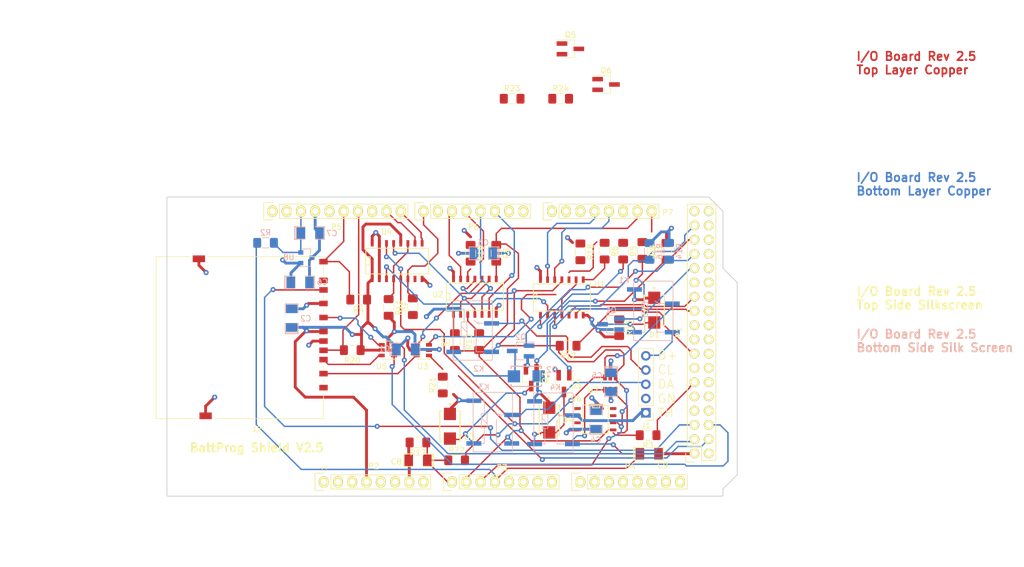
<source format=kicad_pcb>
(kicad_pcb (version 20171130) (host pcbnew "(5.1.6)-1")
  (title_block (title "I/O Board Layout") (date 2020-04-27) (rev 2.3))
  (layers (0 F.Cu signal) (1 In1.Cu power) (2 In2.Cu power) (31 B.Cu signal) (34 B.Paste user) (35 F.Paste user) (36 B.SilkS user) (37 F.SilkS user) (38 B.Mask user) (39 F.Mask user) (44 Edge.Cuts user))
  (net 0 "")
  (net 1 GND)
  (net 2 +5V)
  (net 3 "Net-(U2-Pad10)")
  (net 4 /PULL_SEL1)
  (net 5 /PULL_SEL0)
  (net 6 /PULL_ENB*)
  (net 7 /Batt+)
  (net 8 /Batt_SCL)
  (net 9 /Batt_SDA)
  (net 10 "Net-(R5-Pad2)")
  (net 11 "Net-(R9-Pad2)")
  (net 12 /SCL_EN1)
  (net 13 /SCL_EN2)
  (net 14 "Net-(R6-Pad2)")
  (net 15 /PAS_CLK_EN)
  (net 16 /SCL_EN0)
  (net 17 "Net-(R7-Pad2)")
  (net 18 "Net-(R10-Pad2)")
  (net 19 /SDA_EN1)
  (net 20 /SDA_EN2)
  (net 21 "Net-(R8-Pad2)")
  (net 22 /ACT_CLK_EN)
  (net 23 /SDA_EN0)
  (net 24 /Mega_SCL)
  (net 25 "Net-(R11-Pad1)")
  (net 26 "Net-(J2-Pad1)")
  (net 27 "Net-(J2-Pad2)")
  (net 28 "Net-(J2-Pad5)")
  (net 29 /MISO)
  (net 30 /CD)
  (net 31 /WP)
  (net 32 /SCK)
  (net 33 /SS)
  (net 34 /MOSI)
  (net 35 +3.3V)
  (net 36 /PULL_SCL)
  (net 37 /PULL_SDA)
  (net 38 /SDA_Test)
  (net 39 /SCL_Test)
  (net 40 /AREF)
  (net 41 /IOREF)
  (net 42 /Batt+_Rly)
  (net 43 /SCL_Rly)
  (net 44 /SDA_Rly)
  (net 45 "Net-(J1-Pad5)")
  (net 46 "Net-(J1-Pad4)")
  (net 47 /BattDiv)
  (net 48 "Net-(D1-Pad2)")
  (net 49 "Net-(D2-Pad2)")
  (net 50 "Net-(D3-Pad2)")
  (net 51 "Net-(D4-Pad2)")
  (net 52 "Net-(J1-Pad3)")
  (net 53 "Net-(J1-Pad1)")
  (net 54 /THERM)
  (net 55 /Therm_Rly)
  (net 56 /Mega_SDA)
  (net 57 /HV_SCL)
  (module BattProg:DO-214AC (layer F.Cu) (at 153.8 109.2 270)
    (fp_text reference D3 (at 1.9148 -3.5052 180) (layer F.SilkS))
    (fp_text value S1A)
    (pad 2 smd rect (at 2.2 0 270) (size 2.2 2.15) (layers F.Cu F.Paste F.Mask) (net 50 "Net-(D3-Pad2)"))
    (pad 1 smd rect (at -2.2 0 270) (size 2.2 2.15) (layers F.Cu F.Paste F.Mask) (net 2 +5V))
  )
  (module BattProg:DO-214AC (layer F.Cu) (at 171.5 108.1 270)
    (fp_text reference D4 (at 0 -3.3 180) (layer F.SilkS))
    (fp_text value S1A)
    (pad 2 smd rect (at 2.2 0 270) (size 2.2 2.15) (layers F.Cu F.Paste F.Mask) (net 51 "Net-(D4-Pad2)"))
    (pad 1 smd rect (at -2.2 0 270) (size 2.2 2.15) (layers F.Cu F.Paste F.Mask) (net 2 +5V))
  )
  (module BattProg:DO-214AC (layer B.Cu) (at 167.4 100.3 180)
    (fp_text reference D2 (at -4.5212 1.1684) (layer B.SilkS) (effects (justify mirror)))
    (fp_text value S1A)
    (pad 2 smd rect (at 2.2 0 180) (size 2.2 2.15) (layers B.Cu B.Paste B.Mask) (net 49 "Net-(D2-Pad2)"))
    (pad 1 smd rect (at -2.2 0 180) (size 2.2 2.15) (layers B.Cu B.Paste B.Mask) (net 2 +5V))
  )
  (module BattProg:DO-214AC (layer F.Cu) (at 190.2 88.5 270)
    (fp_text reference D1 (at 4.3786 -0.0254 180) (layer F.SilkS))
    (fp_text value S1A)
    (pad 2 smd rect (at 2.2 0 270) (size 2.2 2.15) (layers F.Cu F.Paste F.Mask) (net 48 "Net-(D1-Pad2)"))
    (pad 1 smd rect (at -2.2 0 270) (size 2.2 2.15) (layers F.Cu F.Paste F.Mask) (net 2 +5V))
  )
  (module BattProg:G6L-1F (layer B.Cu) (at 168.8756 112.3696 270)
    (fp_text reference K4 (at -10.1092 -3.692 180) (layer B.SilkS) (effects (justify mirror)))
    (fp_text value G6L-1F)
    (pad 4 smd rect (at 0 -6.74 90) (size 0.8 2.66) (layers B.Cu B.Paste B.Mask) (net 54 /THERM))
    (pad 5 smd rect (at 0 0 90) (size 0.8 2.66) (layers B.Cu B.Paste B.Mask) (net 51 "Net-(D4-Pad2)"))
    (pad 8 smd rect (at -7.62 0 90) (size 0.8 2.66) (layers B.Cu B.Paste B.Mask) (net 2 +5V))
    (pad 2 smd rect (at -5.08 -6.74 90) (size 0.8 2.66) (layers B.Cu B.Paste B.Mask) (net 53 "Net-(J1-Pad1)"))
  )
  (module BattProg:G6L-1F (layer B.Cu) (at 158.0642 112.268 270)
    (fp_text reference K3 (at -10.0584 -1.8034 180) (layer B.SilkS) (effects (justify mirror)))
    (fp_text value G6L-1F)
    (pad 4 smd rect (at 0 -6.74 90) (size 0.8 2.66) (layers B.Cu B.Paste B.Mask) (net 9 /Batt_SDA))
    (pad 5 smd rect (at 0 0 90) (size 0.8 2.66) (layers B.Cu B.Paste B.Mask) (net 50 "Net-(D3-Pad2)"))
    (pad 8 smd rect (at -7.62 0 90) (size 0.8 2.66) (layers B.Cu B.Paste B.Mask) (net 2 +5V))
    (pad 2 smd rect (at -5.08 -6.74 90) (size 0.8 2.66) (layers B.Cu B.Paste B.Mask) (net 52 "Net-(J1-Pad3)"))
  )
  (module BattProg:G6L-1F (layer B.Cu) (at 154.4738 95.9358 270)
    (fp_text reference K2 (at 3.0226 -4.454 180) (layer B.SilkS) (effects (justify mirror)))
    (fp_text value G6L-1F)
    (pad 4 smd rect (at 0 -6.74 90) (size 0.8 2.66) (layers B.Cu B.Paste B.Mask) (net 8 /Batt_SCL))
    (pad 5 smd rect (at 0 0 90) (size 0.8 2.66) (layers B.Cu B.Paste B.Mask) (net 49 "Net-(D2-Pad2)"))
    (pad 8 smd rect (at -7.62 0 90) (size 0.8 2.66) (layers B.Cu B.Paste B.Mask) (net 2 +5V))
    (pad 2 smd rect (at -5.08 -6.74 90) (size 0.8 2.66) (layers B.Cu B.Paste B.Mask) (net 46 "Net-(J1-Pad4)"))
  )
  (module BattProg:G6L-1F (layer B.Cu) (at 186.6646 92.4306 270)
    (fp_text reference K1 (at -9.2456 1.8542) (layer B.SilkS) (effects (justify mirror)))
    (fp_text value G6L-1F)
    (pad 4 smd rect (at 0 -6.74 90) (size 0.8 2.66) (layers B.Cu B.Paste B.Mask) (net 45 "Net-(J1-Pad5)"))
    (pad 5 smd rect (at 0 0 90) (size 0.8 2.66) (layers B.Cu B.Paste B.Mask) (net 48 "Net-(D1-Pad2)"))
    (pad 8 smd rect (at -7.62 0 90) (size 0.8 2.66) (layers B.Cu B.Paste B.Mask) (net 2 +5V))
    (pad 2 smd rect (at -5.08 -6.74 90) (size 0.8 2.66) (layers B.Cu B.Paste B.Mask) (net 7 /Batt+))
  )
  (module Socket_Arduino_Mega:Socket_Strip_Arduino_2x18 (layer F.Cu) (at 197.358 114.046 90)
    (fp_text reference P1 (at 21.59 -2.794 90) (layer F.SilkS))
    (fp_text value Digital)
    (pad 1 thru_hole circle (at 0 0 90) (size 1.7272 1.7272) (drill 1.016) (layers *.Cu *.Mask F.SilkS) (net 1 GND))
    (pad 2 thru_hole oval (at 0 2.54 90) (size 1.7272 1.7272) (drill 1.016) (layers *.Cu *.Mask F.SilkS) (net 1 GND))
    (pad 3 thru_hole oval (at 2.54 0 90) (size 1.7272 1.7272) (drill 1.016) (layers *.Cu *.Mask F.SilkS) (net 32 /SCK))
    (pad 4 thru_hole oval (at 2.54 2.54 90) (size 1.7272 1.7272) (drill 1.016) (layers *.Cu *.Mask F.SilkS) (net 33 /SS))
    (pad 5 thru_hole oval (at 5.08 0 90) (size 1.7272 1.7272) (drill 1.016) (layers *.Cu *.Mask F.SilkS) (net 29 /MISO))
    (pad 6 thru_hole oval (at 5.08 2.54 90) (size 1.7272 1.7272) (drill 1.016) (layers *.Cu *.Mask F.SilkS) (net 34 /MOSI))
    (pad 7 thru_hole oval (at 7.62 0 90) (size 1.7272 1.7272) (drill 1.016) (layers *.Cu *.Mask F.SilkS))
    (pad 8 thru_hole oval (at 7.62 2.54 90) (size 1.7272 1.7272) (drill 1.016) (layers *.Cu *.Mask F.SilkS))
    (pad 9 thru_hole oval (at 10.16 0 90) (size 1.7272 1.7272) (drill 1.016) (layers *.Cu *.Mask F.SilkS))
    (pad 10 thru_hole oval (at 10.16 2.54 90) (size 1.7272 1.7272) (drill 1.016) (layers *.Cu *.Mask F.SilkS))
    (pad 11 thru_hole oval (at 12.7 0 90) (size 1.7272 1.7272) (drill 1.016) (layers *.Cu *.Mask F.SilkS) (net 38 /SDA_Test))
    (pad 12 thru_hole oval (at 12.7 2.54 90) (size 1.7272 1.7272) (drill 1.016) (layers *.Cu *.Mask F.SilkS))
    (pad 13 thru_hole oval (at 15.24 0 90) (size 1.7272 1.7272) (drill 1.016) (layers *.Cu *.Mask F.SilkS))
    (pad 14 thru_hole oval (at 15.24 2.54 90) (size 1.7272 1.7272) (drill 1.016) (layers *.Cu *.Mask F.SilkS))
    (pad 15 thru_hole oval (at 17.78 0 90) (size 1.7272 1.7272) (drill 1.016) (layers *.Cu *.Mask F.SilkS) (net 39 /SCL_Test))
    (pad 16 thru_hole oval (at 17.78 2.54 90) (size 1.7272 1.7272) (drill 1.016) (layers *.Cu *.Mask F.SilkS))
    (pad 17 thru_hole oval (at 20.32 0 90) (size 1.7272 1.7272) (drill 1.016) (layers *.Cu *.Mask F.SilkS))
    (pad 18 thru_hole oval (at 20.32 2.54 90) (size 1.7272 1.7272) (drill 1.016) (layers *.Cu *.Mask F.SilkS))
    (pad 19 thru_hole oval (at 22.86 0 90) (size 1.7272 1.7272) (drill 1.016) (layers *.Cu *.Mask F.SilkS))
    (pad 20 thru_hole oval (at 22.86 2.54 90) (size 1.7272 1.7272) (drill 1.016) (layers *.Cu *.Mask F.SilkS))
    (pad 21 thru_hole oval (at 25.4 0 90) (size 1.7272 1.7272) (drill 1.016) (layers *.Cu *.Mask F.SilkS) (net 13 /SCL_EN2))
    (pad 22 thru_hole oval (at 25.4 2.54 90) (size 1.7272 1.7272) (drill 1.016) (layers *.Cu *.Mask F.SilkS))
    (pad 23 thru_hole oval (at 27.94 0 90) (size 1.7272 1.7272) (drill 1.016) (layers *.Cu *.Mask F.SilkS) (net 12 /SCL_EN1))
    (pad 24 thru_hole oval (at 27.94 2.54 90) (size 1.7272 1.7272) (drill 1.016) (layers *.Cu *.Mask F.SilkS))
    (pad 25 thru_hole oval (at 30.48 0 90) (size 1.7272 1.7272) (drill 1.016) (layers *.Cu *.Mask F.SilkS))
    (pad 26 thru_hole oval (at 30.48 2.54 90) (size 1.7272 1.7272) (drill 1.016) (layers *.Cu *.Mask F.SilkS))
    (pad 27 thru_hole oval (at 33.02 0 90) (size 1.7272 1.7272) (drill 1.016) (layers *.Cu *.Mask F.SilkS) (net 42 /Batt+_Rly))
    (pad 28 thru_hole oval (at 33.02 2.54 90) (size 1.7272 1.7272) (drill 1.016) (layers *.Cu *.Mask F.SilkS))
    (pad 29 thru_hole oval (at 35.56 0 90) (size 1.7272 1.7272) (drill 1.016) (layers *.Cu *.Mask F.SilkS) (net 43 /SCL_Rly))
    (pad 30 thru_hole oval (at 35.56 2.54 90) (size 1.7272 1.7272) (drill 1.016) (layers *.Cu *.Mask F.SilkS))
    (pad 31 thru_hole oval (at 38.1 0 90) (size 1.7272 1.7272) (drill 1.016) (layers *.Cu *.Mask F.SilkS) (net 44 /SDA_Rly))
    (pad 32 thru_hole oval (at 38.1 2.54 90) (size 1.7272 1.7272) (drill 1.016) (layers *.Cu *.Mask F.SilkS))
    (pad 33 thru_hole oval (at 40.64 0 90) (size 1.7272 1.7272) (drill 1.016) (layers *.Cu *.Mask F.SilkS) (net 55 /Therm_Rly))
    (pad 34 thru_hole oval (at 40.64 2.54 90) (size 1.7272 1.7272) (drill 1.016) (layers *.Cu *.Mask F.SilkS))
    (pad 35 thru_hole oval (at 43.18 0 90) (size 1.7272 1.7272) (drill 1.016) (layers *.Cu *.Mask F.SilkS) (net 2 +5V))
    (pad 36 thru_hole oval (at 43.18 2.54 90) (size 1.7272 1.7272) (drill 1.016) (layers *.Cu *.Mask F.SilkS) (net 2 +5V))
  )
  (module Socket_Arduino_Mega:Socket_Strip_Arduino_1x08 (layer F.Cu) (at 131.318 119.126)
    (fp_text reference P2 (at 8.89 -2.794) (layer F.SilkS))
    (fp_text value Power)
    (pad 1 thru_hole oval (at 0 0) (size 1.7272 2.032) (drill 1.016) (layers *.Cu *.Mask F.SilkS))
    (pad 2 thru_hole oval (at 2.54 0) (size 1.7272 2.032) (drill 1.016) (layers *.Cu *.Mask F.SilkS) (net 41 /IOREF))
    (pad 3 thru_hole oval (at 5.08 0) (size 1.7272 2.032) (drill 1.016) (layers *.Cu *.Mask F.SilkS))
    (pad 4 thru_hole oval (at 7.62 0) (size 1.7272 2.032) (drill 1.016) (layers *.Cu *.Mask F.SilkS) (net 35 +3.3V))
    (pad 5 thru_hole oval (at 10.16 0) (size 1.7272 2.032) (drill 1.016) (layers *.Cu *.Mask F.SilkS) (net 2 +5V))
    (pad 6 thru_hole oval (at 12.7 0) (size 1.7272 2.032) (drill 1.016) (layers *.Cu *.Mask F.SilkS) (net 1 GND))
    (pad 7 thru_hole oval (at 15.24 0) (size 1.7272 2.032) (drill 1.016) (layers *.Cu *.Mask F.SilkS) (net 1 GND))
    (pad 8 thru_hole oval (at 17.78 0) (size 1.7272 2.032) (drill 1.016) (layers *.Cu *.Mask F.SilkS))
  )
  (module Socket_Arduino_Mega:Socket_Strip_Arduino_1x08 (layer F.Cu) (at 154.178 119.126)
    (fp_text reference P3 (at 8.89 -2.54) (layer F.SilkS))
    (fp_text value Analog)
    (pad 1 thru_hole oval (at 0 0) (size 1.7272 2.032) (drill 1.016) (layers *.Cu *.Mask F.SilkS) (net 47 /BattDiv))
    (pad 2 thru_hole oval (at 2.54 0) (size 1.7272 2.032) (drill 1.016) (layers *.Cu *.Mask F.SilkS) (net 9 /Batt_SDA))
    (pad 3 thru_hole oval (at 5.08 0) (size 1.7272 2.032) (drill 1.016) (layers *.Cu *.Mask F.SilkS) (net 8 /Batt_SCL))
    (pad 4 thru_hole oval (at 7.62 0) (size 1.7272 2.032) (drill 1.016) (layers *.Cu *.Mask F.SilkS) (net 54 /THERM))
    (pad 5 thru_hole oval (at 10.16 0) (size 1.7272 2.032) (drill 1.016) (layers *.Cu *.Mask F.SilkS))
    (pad 6 thru_hole oval (at 12.7 0) (size 1.7272 2.032) (drill 1.016) (layers *.Cu *.Mask F.SilkS))
    (pad 7 thru_hole oval (at 15.24 0) (size 1.7272 2.032) (drill 1.016) (layers *.Cu *.Mask F.SilkS))
    (pad 8 thru_hole oval (at 17.78 0) (size 1.7272 2.032) (drill 1.016) (layers *.Cu *.Mask F.SilkS))
  )
  (module Socket_Arduino_Mega:Socket_Strip_Arduino_1x08 (layer F.Cu) (at 177.038 119.126)
    (fp_text reference P4 (at 8.89 -2.794) (layer F.SilkS))
    (fp_text value Analog)
    (pad 1 thru_hole oval (at 0 0) (size 1.7272 2.032) (drill 1.016) (layers *.Cu *.Mask F.SilkS))
    (pad 2 thru_hole oval (at 2.54 0) (size 1.7272 2.032) (drill 1.016) (layers *.Cu *.Mask F.SilkS))
    (pad 3 thru_hole oval (at 5.08 0) (size 1.7272 2.032) (drill 1.016) (layers *.Cu *.Mask F.SilkS))
    (pad 4 thru_hole oval (at 7.62 0) (size 1.7272 2.032) (drill 1.016) (layers *.Cu *.Mask F.SilkS))
    (pad 5 thru_hole oval (at 10.16 0) (size 1.7272 2.032) (drill 1.016) (layers *.Cu *.Mask F.SilkS))
    (pad 6 thru_hole oval (at 12.7 0) (size 1.7272 2.032) (drill 1.016) (layers *.Cu *.Mask F.SilkS))
    (pad 7 thru_hole oval (at 15.24 0) (size 1.7272 2.032) (drill 1.016) (layers *.Cu *.Mask F.SilkS))
    (pad 8 thru_hole oval (at 17.78 0) (size 1.7272 2.032) (drill 1.016) (layers *.Cu *.Mask F.SilkS))
  )
  (module Socket_Arduino_Mega:Socket_Strip_Arduino_1x10 (layer F.Cu) (at 122.174 70.866)
    (fp_text reference P5 (at 11.43 2.794) (layer F.SilkS))
    (fp_text value PWM)
    (pad 1 thru_hole oval (at 0 0) (size 1.7272 2.032) (drill 1.016) (layers *.Cu *.Mask F.SilkS))
    (pad 2 thru_hole oval (at 2.54 0) (size 1.7272 2.032) (drill 1.016) (layers *.Cu *.Mask F.SilkS))
    (pad 3 thru_hole oval (at 5.08 0) (size 1.7272 2.032) (drill 1.016) (layers *.Cu *.Mask F.SilkS) (net 40 /AREF))
    (pad 4 thru_hole oval (at 7.62 0) (size 1.7272 2.032) (drill 1.016) (layers *.Cu *.Mask F.SilkS) (net 1 GND))
    (pad 5 thru_hole oval (at 10.16 0) (size 1.7272 2.032) (drill 1.016) (layers *.Cu *.Mask F.SilkS))
    (pad 6 thru_hole oval (at 12.7 0) (size 1.7272 2.032) (drill 1.016) (layers *.Cu *.Mask F.SilkS) (net 31 /WP))
    (pad 7 thru_hole oval (at 15.24 0) (size 1.7272 2.032) (drill 1.016) (layers *.Cu *.Mask F.SilkS) (net 30 /CD))
    (pad 8 thru_hole oval (at 17.78 0) (size 1.7272 2.032) (drill 1.016) (layers *.Cu *.Mask F.SilkS))
    (pad 9 thru_hole oval (at 20.32 0) (size 1.7272 2.032) (drill 1.016) (layers *.Cu *.Mask F.SilkS) (net 5 /PULL_SEL0))
    (pad 10 thru_hole oval (at 22.86 0) (size 1.7272 2.032) (drill 1.016) (layers *.Cu *.Mask F.SilkS) (net 4 /PULL_SEL1))
  )
  (module Socket_Arduino_Mega:Socket_Strip_Arduino_1x08 (layer F.Cu) (at 149.098 70.866)
    (fp_text reference P6 (at 8.89 2.794) (layer F.SilkS))
    (fp_text value PWM)
    (pad 1 thru_hole oval (at 0 0) (size 1.7272 2.032) (drill 1.016) (layers *.Cu *.Mask F.SilkS) (net 6 /PULL_ENB*))
    (pad 2 thru_hole oval (at 2.54 0) (size 1.7272 2.032) (drill 1.016) (layers *.Cu *.Mask F.SilkS))
    (pad 3 thru_hole oval (at 5.08 0) (size 1.7272 2.032) (drill 1.016) (layers *.Cu *.Mask F.SilkS) (net 23 /SDA_EN0))
    (pad 4 thru_hole oval (at 7.62 0) (size 1.7272 2.032) (drill 1.016) (layers *.Cu *.Mask F.SilkS) (net 22 /ACT_CLK_EN))
    (pad 5 thru_hole oval (at 10.16 0) (size 1.7272 2.032) (drill 1.016) (layers *.Cu *.Mask F.SilkS) (net 19 /SDA_EN1))
    (pad 6 thru_hole oval (at 12.7 0) (size 1.7272 2.032) (drill 1.016) (layers *.Cu *.Mask F.SilkS) (net 20 /SDA_EN2))
    (pad 7 thru_hole oval (at 15.24 0) (size 1.7272 2.032) (drill 1.016) (layers *.Cu *.Mask F.SilkS))
    (pad 8 thru_hole oval (at 17.78 0) (size 1.7272 2.032) (drill 1.016) (layers *.Cu *.Mask F.SilkS))
  )
  (module Socket_Arduino_Mega:Socket_Strip_Arduino_1x08 (layer F.Cu) (at 171.958 70.866)
    (fp_text reference P7 (at 20.6502 0.2286) (layer F.SilkS))
    (fp_text value Communication)
    (pad 1 thru_hole oval (at 0 0) (size 1.7272 2.032) (drill 1.016) (layers *.Cu *.Mask F.SilkS))
    (pad 2 thru_hole oval (at 2.54 0) (size 1.7272 2.032) (drill 1.016) (layers *.Cu *.Mask F.SilkS))
    (pad 3 thru_hole oval (at 5.08 0) (size 1.7272 2.032) (drill 1.016) (layers *.Cu *.Mask F.SilkS))
    (pad 4 thru_hole oval (at 7.62 0) (size 1.7272 2.032) (drill 1.016) (layers *.Cu *.Mask F.SilkS) (net 16 /SCL_EN0))
    (pad 5 thru_hole oval (at 10.16 0) (size 1.7272 2.032) (drill 1.016) (layers *.Cu *.Mask F.SilkS) (net 15 /PAS_CLK_EN))
    (pad 6 thru_hole oval (at 12.7 0) (size 1.7272 2.032) (drill 1.016) (layers *.Cu *.Mask F.SilkS))
    (pad 7 thru_hole oval (at 15.24 0) (size 1.7272 2.032) (drill 1.016) (layers *.Cu *.Mask F.SilkS) (net 56 /Mega_SDA))
    (pad 8 thru_hole oval (at 17.78 0) (size 1.7272 2.032) (drill 1.016) (layers *.Cu *.Mask F.SilkS) (net 24 /Mega_SCL))
  )
  (module TO_SOT_Packages_SMD:SOT-23-6 (layer F.Cu) (at 148.971 95.631 180)
    (fp_text reference U3 (at 0 -2.9 180) (layer F.SilkS))
    (fp_text value SN74LVC2G17)
    (pad 1 smd rect (at -1.1 -0.95 180) (size 1.06 0.65) (layers F.Cu F.Paste F.Mask) (net 33 /SS))
    (pad 2 smd rect (at -1.1 0 180) (size 1.06 0.65) (layers F.Cu F.Paste F.Mask))
    (pad 3 smd rect (at -1.1 0.95 180) (size 1.06 0.65) (layers F.Cu F.Paste F.Mask) (net 24 /Mega_SCL))
    (pad 4 smd rect (at 1.1 0.95 180) (size 1.06 0.65) (layers F.Cu F.Paste F.Mask) (net 3 "Net-(U2-Pad10)"))
    (pad 6 smd rect (at 1.1 -0.95 180) (size 1.06 0.65) (layers F.Cu F.Paste F.Mask) (net 26 "Net-(J2-Pad1)"))
    (pad 5 smd rect (at 1.1 0 180) (size 1.06 0.65) (layers F.Cu F.Paste F.Mask) (net 35 +3.3V))
  )
  (module SMD_Packages:SO-16-N (layer F.Cu) (at 144.399 79.756)
    (fp_text reference U4 (at -1.905 -5.207) (layer F.SilkS))
    (fp_text value MAX4618)
    (pad 16 smd rect (at -4.445 -3.175) (size 0.508 1.143) (layers F.Cu F.Paste F.Mask) (net 2 +5V))
    (pad 14 smd rect (at -1.905 -3.175) (size 0.508 1.143) (layers F.Cu F.Paste F.Mask) (net 7 /Batt+))
    (pad 13 smd rect (at -0.635 -3.175) (size 0.508 1.143) (layers F.Cu F.Paste F.Mask) (net 37 /PULL_SDA))
    (pad 12 smd rect (at 0.635 -3.175) (size 0.508 1.143) (layers F.Cu F.Paste F.Mask) (net 35 +3.3V))
    (pad 11 smd rect (at 1.905 -3.175) (size 0.508 1.143) (layers F.Cu F.Paste F.Mask) (net 25 "Net-(R11-Pad1)"))
    (pad 10 smd rect (at 3.175 -3.175) (size 0.508 1.143) (layers F.Cu F.Paste F.Mask) (net 5 /PULL_SEL0))
    (pad 9 smd rect (at 4.445 -3.175) (size 0.508 1.143) (layers F.Cu F.Paste F.Mask) (net 4 /PULL_SEL1))
    (pad 8 smd rect (at 4.445 3.175) (size 0.508 1.143) (layers F.Cu F.Paste F.Mask) (net 1 GND))
    (pad 7 smd rect (at 3.175 3.175) (size 0.508 1.143) (layers F.Cu F.Paste F.Mask))
    (pad 6 smd rect (at 1.905 3.175) (size 0.508 1.143) (layers F.Cu F.Paste F.Mask) (net 6 /PULL_ENB*))
    (pad 5 smd rect (at 0.635 3.175) (size 0.508 1.143) (layers F.Cu F.Paste F.Mask) (net 7 /Batt+))
    (pad 4 smd rect (at -0.635 3.175) (size 0.508 1.143) (layers F.Cu F.Paste F.Mask) (net 25 "Net-(R11-Pad1)"))
    (pad 3 smd rect (at -1.905 3.175) (size 0.508 1.143) (layers F.Cu F.Paste F.Mask) (net 36 /PULL_SCL))
    (pad 2 smd rect (at -3.175 3.175) (size 0.508 1.143) (layers F.Cu F.Paste F.Mask) (net 2 +5V))
    (pad 1 smd rect (at -4.445 3.175) (size 0.508 1.143) (layers F.Cu F.Paste F.Mask) (net 35 +3.3V))
    (pad 15 smd rect (at -3.175 -3.175) (size 0.508 1.143) (layers F.Cu F.Paste F.Mask) (net 2 +5V))
  )
  (module SMD_Packages:SOIC-14_N (layer F.Cu) (at 173.736 86.106)
    (fp_text reference U1 (at 6.731 -2.286) (layer F.SilkS))
    (fp_text value MAX4614)
    (pad 1 smd rect (at -3.81 3.302) (size 0.508 1.143) (layers F.Cu F.Paste F.Mask) (net 10 "Net-(R5-Pad2)"))
    (pad 2 smd rect (at -2.54 3.302) (size 0.508 1.143) (layers F.Cu F.Paste F.Mask) (net 36 /PULL_SCL))
    (pad 3 smd rect (at -1.27 3.302) (size 0.508 1.143) (layers F.Cu F.Paste F.Mask) (net 11 "Net-(R9-Pad2)"))
    (pad 4 smd rect (at 0 3.302) (size 0.508 1.143) (layers F.Cu F.Paste F.Mask) (net 36 /PULL_SCL))
    (pad 5 smd rect (at 1.27 3.302) (size 0.508 1.143) (layers F.Cu F.Paste F.Mask) (net 12 /SCL_EN1))
    (pad 6 smd rect (at 2.54 3.302) (size 0.508 1.143) (layers F.Cu F.Paste F.Mask) (net 13 /SCL_EN2))
    (pad 7 smd rect (at 3.81 3.302) (size 0.508 1.143) (layers F.Cu F.Paste F.Mask) (net 1 GND))
    (pad 8 smd rect (at 3.81 -3.048) (size 0.508 1.143) (layers F.Cu F.Paste F.Mask) (net 14 "Net-(R6-Pad2)"))
    (pad 9 smd rect (at 2.54 -3.048) (size 0.508 1.143) (layers F.Cu F.Paste F.Mask) (net 36 /PULL_SCL))
    (pad 11 smd rect (at 0 -3.048) (size 0.508 1.143) (layers F.Cu F.Paste F.Mask) (net 8 /Batt_SCL))
    (pad 12 smd rect (at -1.27 -3.048) (size 0.508 1.143) (layers F.Cu F.Paste F.Mask) (net 15 /PAS_CLK_EN))
    (pad 13 smd rect (at -2.54 -3.048) (size 0.508 1.143) (layers F.Cu F.Paste F.Mask) (net 16 /SCL_EN0))
    (pad 14 smd rect (at -3.81 -3.048) (size 0.508 1.143) (layers F.Cu F.Paste F.Mask) (net 2 +5V))
    (pad 10 smd rect (at 1.27 -3.048) (size 0.508 1.143) (layers F.Cu F.Paste F.Mask) (net 57 /HV_SCL))
  )
  (module SMD_Packages:SOIC-14_N (layer F.Cu) (at 158.242 85.979)
    (fp_text reference U2 (at -6.604 -0.254) (layer F.SilkS))
    (fp_text value MAX4614)
    (pad 1 smd rect (at -3.81 3.302) (size 0.508 1.143) (layers F.Cu F.Paste F.Mask) (net 17 "Net-(R7-Pad2)"))
    (pad 2 smd rect (at -2.54 3.302) (size 0.508 1.143) (layers F.Cu F.Paste F.Mask) (net 37 /PULL_SDA))
    (pad 3 smd rect (at -1.27 3.302) (size 0.508 1.143) (layers F.Cu F.Paste F.Mask) (net 18 "Net-(R10-Pad2)"))
    (pad 4 smd rect (at 0 3.302) (size 0.508 1.143) (layers F.Cu F.Paste F.Mask) (net 37 /PULL_SDA))
    (pad 5 smd rect (at 1.27 3.302) (size 0.508 1.143) (layers F.Cu F.Paste F.Mask) (net 19 /SDA_EN1))
    (pad 6 smd rect (at 2.54 3.302) (size 0.508 1.143) (layers F.Cu F.Paste F.Mask) (net 20 /SDA_EN2))
    (pad 7 smd rect (at 3.81 3.302) (size 0.508 1.143) (layers F.Cu F.Paste F.Mask) (net 1 GND))
    (pad 8 smd rect (at 3.81 -3.048) (size 0.508 1.143) (layers F.Cu F.Paste F.Mask) (net 21 "Net-(R8-Pad2)"))
    (pad 9 smd rect (at 2.54 -3.048) (size 0.508 1.143) (layers F.Cu F.Paste F.Mask) (net 37 /PULL_SDA))
    (pad 11 smd rect (at 0 -3.048) (size 0.508 1.143) (layers F.Cu F.Paste F.Mask) (net 8 /Batt_SCL))
    (pad 12 smd rect (at -1.27 -3.048) (size 0.508 1.143) (layers F.Cu F.Paste F.Mask) (net 22 /ACT_CLK_EN))
    (pad 13 smd rect (at -2.54 -3.048) (size 0.508 1.143) (layers F.Cu F.Paste F.Mask) (net 23 /SDA_EN0))
    (pad 14 smd rect (at -3.81 -3.048) (size 0.508 1.143) (layers F.Cu F.Paste F.Mask) (net 2 +5V))
    (pad 10 smd rect (at 1.27 -3.048) (size 0.508 1.143) (layers F.Cu F.Paste F.Mask) (net 3 "Net-(U2-Pad10)"))
  )
  (module Connectors:SD_Card_Receptacle (layer F.Cu) (at 119.126 93.345 270)
    (fp_text reference J2 (at 16.383 -0.254) (layer F.SilkS))
    (fp_text value SD_Card)
    (pad 1 smd rect (at 6.47 -12.15 270) (size 1 1.5) (layers F.Cu F.Paste F.Mask) (net 26 "Net-(J2-Pad1)"))
    (pad 2 smd rect (at 3.97 -12.15 270) (size 1 1.5) (layers F.Cu F.Paste F.Mask) (net 27 "Net-(J2-Pad2)"))
    (pad 3 smd rect (at 0.67 -12.15 270) (size 1 1.5) (layers F.Cu F.Paste F.Mask) (net 1 GND))
    (pad 4 smd rect (at -1.03 -12.15 270) (size 1 1.5) (layers F.Cu F.Paste F.Mask) (net 35 +3.3V))
    (pad 5 smd rect (at -3.53 -12.15 270) (size 1 1.5) (layers F.Cu F.Paste F.Mask) (net 28 "Net-(J2-Pad5)"))
    (pad 6 smd rect (at -6.03 -12.15 270) (size 1 1.5) (layers F.Cu F.Paste F.Mask) (net 1 GND))
    (pad 7 smd rect (at -8.45 -12.15 270) (size 1 1.5) (layers F.Cu F.Paste F.Mask) (net 29 /MISO))
    (pad 8 smd rect (at -10.15 -12.15 270) (size 1 1.5) (layers F.Cu F.Paste F.Mask))
    (pad 9 smd rect (at 8.97 -12.15 270) (size 1 1.5) (layers F.Cu F.Paste F.Mask))
    (pad 10 smd rect (at 2.32 -12.15 270) (size 1 1.5) (layers F.Cu F.Paste F.Mask) (net 30 /CD))
    (pad 11 smd rect (at -13.5 -12.15 270) (size 1 1.5) (layers F.Cu F.Paste F.Mask) (net 31 /WP))
    (pad 12 smd rect (at 14 8.85 270) (size 1.2 2.2) (layers F.Cu F.Paste F.Mask) (net 1 GND))
    (pad 13 smd rect (at -14 10.05 270) (size 1.2 2.2) (layers F.Cu F.Paste F.Mask) (net 1 GND))
    (pad "" np_thru_hole circle (at 11.7 12.15 270) (size 1.5 1.5) (drill 1.5) (layers *.Cu *.Mask))
    (pad "" np_thru_hole circle (at -12.5 12.15 270) (size 1.5 1.5) (drill 1.5) (layers *.Cu *.Mask))
  )
  (module TO_SOT_Packages_SMD:SOT-23-6 (layer F.Cu) (at 142.748 95.631 180)
    (fp_text reference U5 (at 1.143 -2.921 180) (layer F.SilkS))
    (fp_text value SN74LVC2G17)
    (pad 1 smd rect (at -1.1 -0.95 180) (size 1.06 0.65) (layers F.Cu F.Paste F.Mask) (net 34 /MOSI))
    (pad 2 smd rect (at -1.1 0 180) (size 1.06 0.65) (layers F.Cu F.Paste F.Mask) (net 1 GND))
    (pad 3 smd rect (at -1.1 0.95 180) (size 1.06 0.65) (layers F.Cu F.Paste F.Mask) (net 32 /SCK))
    (pad 4 smd rect (at 1.1 0.95 180) (size 1.06 0.65) (layers F.Cu F.Paste F.Mask) (net 28 "Net-(J2-Pad5)"))
    (pad 6 smd rect (at 1.1 -0.95 180) (size 1.06 0.65) (layers F.Cu F.Paste F.Mask) (net 27 "Net-(J2-Pad2)"))
    (pad 5 smd rect (at 1.1 0 180) (size 1.06 0.65) (layers F.Cu F.Paste F.Mask) (net 35 +3.3V))
  )
  (module SMD_Packages:SOIC-8-N (layer F.Cu) (at 179.705 107.95 270)
    (fp_text reference U6 (at -3.683 3.429) (layer F.SilkS))
    (fp_text value ATECC508A)
    (pad 8 smd rect (at -1.905 -3.175 270) (size 0.508 1.143) (layers F.Cu F.Paste F.Mask) (net 35 +3.3V))
    (pad 7 smd rect (at -0.635 -3.175 270) (size 0.508 1.143) (layers F.Cu F.Paste F.Mask))
    (pad 6 smd rect (at 0.635 -3.175 270) (size 0.508 1.143) (layers F.Cu F.Paste F.Mask) (net 24 /Mega_SCL))
    (pad 5 smd rect (at 1.905 -3.175 270) (size 0.508 1.143) (layers F.Cu F.Paste F.Mask) (net 56 /Mega_SDA))
    (pad 4 smd rect (at 1.905 3.175 270) (size 0.508 1.143) (layers F.Cu F.Paste F.Mask) (net 1 GND))
    (pad 3 smd rect (at 0.635 3.175 270) (size 0.508 1.143) (layers F.Cu F.Paste F.Mask))
    (pad 2 smd rect (at -0.635 3.175 270) (size 0.508 1.143) (layers F.Cu F.Paste F.Mask))
    (pad 1 smd rect (at -1.905 3.175 270) (size 0.508 1.143) (layers F.Cu F.Paste F.Mask))
  )
  (module SMD_Packages:SMD-1206_Pol (layer B.Cu) (at 145.923 95.504)
    (fp_text reference C1 (at -3.81 -0.127) (layer B.SilkS) (effects (justify mirror)))
    (fp_text value .1uf)
    (pad 1 smd rect (at -1.651 0) (size 1.524 2.032) (layers B.Cu B.Paste B.Mask) (net 35 +3.3V))
    (pad 2 smd rect (at 1.651 0) (size 1.524 2.032) (layers B.Cu B.Paste B.Mask) (net 1 GND))
  )
  (module SMD_Packages:SMD-1206_Pol (layer B.Cu) (at 125.603 89.916 90)
    (fp_text reference C2 (at -0.0762 2.5146 180) (layer B.SilkS) (effects (justify mirror)))
    (fp_text value .1uf)
    (pad 1 smd rect (at -1.651 0 90) (size 1.524 2.032) (layers B.Cu B.Paste B.Mask) (net 35 +3.3V))
    (pad 2 smd rect (at 1.651 0 90) (size 1.524 2.032) (layers B.Cu B.Paste B.Mask) (net 1 GND))
  )
  (module SMD_Packages:SMD-1206_Pol (layer B.Cu) (at 159.766 78.359 180)
    (fp_text reference C3 (at 0 1.905 180) (layer B.SilkS) (effects (justify mirror)))
    (fp_text value .1uf)
    (pad 1 smd rect (at -1.651 0 180) (size 1.524 2.032) (layers B.Cu B.Paste B.Mask) (net 2 +5V))
    (pad 2 smd rect (at 1.651 0 180) (size 1.524 2.032) (layers B.Cu B.Paste B.Mask) (net 1 GND))
  )
  (module SMD_Packages:SMD-1206_Pol (layer B.Cu) (at 179.832 108.077 270)
    (fp_text reference C4 (at 3.5814 0.0508) (layer B.SilkS) (effects (justify mirror)))
    (fp_text value .1uf)
    (pad 1 smd rect (at -1.651 0 270) (size 1.524 2.032) (layers B.Cu B.Paste B.Mask) (net 2 +5V))
    (pad 2 smd rect (at 1.651 0 270) (size 1.524 2.032) (layers B.Cu B.Paste B.Mask) (net 1 GND))
  )
  (module TO_SOT_Packages_SMD:SOT-23-6 (layer F.Cu) (at 182.372 101.6 90)
    (fp_text reference U7 (at -1.143 -3.048 180) (layer F.SilkS))
    (fp_text value DT2042-04SO-7)
    (pad 1 smd rect (at -1.1 -0.95 90) (size 1.06 0.65) (layers F.Cu F.Paste F.Mask) (net 54 /THERM))
    (pad 2 smd rect (at -1.1 0 90) (size 1.06 0.65) (layers F.Cu F.Paste F.Mask) (net 1 GND))
    (pad 3 smd rect (at -1.1 0.95 90) (size 1.06 0.65) (layers F.Cu F.Paste F.Mask) (net 9 /Batt_SDA))
    (pad 4 smd rect (at 1.1 0.95 90) (size 1.06 0.65) (layers F.Cu F.Paste F.Mask) (net 8 /Batt_SCL))
    (pad 6 smd rect (at 1.1 -0.95 90) (size 1.06 0.65) (layers F.Cu F.Paste F.Mask) (net 7 /Batt+))
    (pad 5 smd rect (at 1.1 0 90) (size 1.06 0.65) (layers F.Cu F.Paste F.Mask) (net 2 +5V))
  )
  (module SMD_Packages:SMD-1206_Pol (layer B.Cu) (at 182.499 101.346 270)
    (fp_text reference C5 (at -1.1684 2.4892) (layer B.SilkS) (effects (justify mirror)))
    (fp_text value .1uf)
    (pad 1 smd rect (at -1.651 0 270) (size 1.524 2.032) (layers B.Cu B.Paste B.Mask) (net 2 +5V))
    (pad 2 smd rect (at 1.651 0 270) (size 1.524 2.032) (layers B.Cu B.Paste B.Mask) (net 1 GND))
  )
  (module SMD_Packages:SMD-1206_Pol (layer B.Cu) (at 127.127 83.566)
    (fp_text reference C6 (at 3.937 -0.0762) (layer B.SilkS) (effects (justify mirror)))
    (fp_text value .1uf)
    (pad 1 smd rect (at -1.651 0) (size 1.524 2.032) (layers B.Cu B.Paste B.Mask) (net 2 +5V))
    (pad 2 smd rect (at 1.651 0) (size 1.524 2.032) (layers B.Cu B.Paste B.Mask) (net 1 GND))
  )
  (module SMD_Packages:SMD-1206_Pol (layer B.Cu) (at 128.905 74.7522)
    (fp_text reference C7 (at 3.8608 0.0508) (layer B.SilkS) (effects (justify mirror)))
    (fp_text value .1uf)
    (pad 2 smd rect (at 1.651 0) (size 1.524 2.032) (layers B.Cu B.Paste B.Mask) (net 1 GND))
    (pad 1 smd rect (at -1.651 0) (size 1.524 2.032) (layers B.Cu B.Paste B.Mask) (net 40 /AREF))
  )
  (module TO_SOT_Packages_SMD:SOT-23 (layer B.Cu) (at 128.2286 79.1566)
    (fp_text reference U8 (at -3.1336 -0.061) (layer B.SilkS) (effects (justify mirror)))
    (fp_text value NCP51460SN33T1G)
    (pad 3 smd rect (at 1 0) (size 0.9 0.8) (layers B.Cu B.Paste B.Mask) (net 1 GND))
    (pad 2 smd rect (at -1 -0.95) (size 0.9 0.8) (layers B.Cu B.Paste B.Mask) (net 40 /AREF))
    (pad 1 smd rect (at -1 0.95) (size 0.9 0.8) (layers B.Cu B.Paste B.Mask) (net 2 +5V))
  )
  (module SMD_Packages:SMD-1206_Pol (layer F.Cu) (at 148.1074 115.2652 180)
    (fp_text reference C8 (at 3.8608 -0.2794) (layer F.SilkS))
    (fp_text value .1uf)
    (pad 2 smd rect (at 1.651 0 180) (size 1.524 2.032) (layers F.Cu F.Paste F.Mask) (net 1 GND))
    (pad 1 smd rect (at -1.651 0 180) (size 1.524 2.032) (layers F.Cu F.Paste F.Mask) (net 47 /BattDiv))
  )
  (module Pin_Headers:Pin_Header_Straight_1x05_Pitch2.54mm (layer F.Cu) (at 188.7 106.8 180)
    (fp_text reference J1 (at 0 -2.33) (layer F.SilkS))
    (fp_text value Conn_01x05)
    (pad 5 thru_hole oval (at 0 10.16 180) (size 1.7 1.7) (drill 1) (layers *.Cu *.Mask) (net 45 "Net-(J1-Pad5)"))
    (pad 4 thru_hole oval (at 0 7.62 180) (size 1.7 1.7) (drill 1) (layers *.Cu *.Mask) (net 46 "Net-(J1-Pad4)"))
    (pad 3 thru_hole oval (at 0 5.08 180) (size 1.7 1.7) (drill 1) (layers *.Cu *.Mask) (net 52 "Net-(J1-Pad3)"))
    (pad 2 thru_hole oval (at 0 2.54 180) (size 1.7 1.7) (drill 1) (layers *.Cu *.Mask) (net 1 GND))
    (pad 1 thru_hole rect (at 0 0 180) (size 1.7 1.7) (drill 1) (layers *.Cu *.Mask) (net 53 "Net-(J1-Pad1)"))
  )
  (module SMD_Packages:SMD-1206_Pol (layer F.Cu) (at 189.3 114.1)
    (fp_text reference C9 (at 2.4 2.1) (layer F.SilkS))
    (fp_text value .1uf)
    (pad 2 smd rect (at 1.651 0) (size 1.524 2.032) (layers F.Cu F.Paste F.Mask) (net 1 GND))
    (pad 1 smd rect (at -1.651 0) (size 1.524 2.032) (layers F.Cu F.Paste F.Mask) (net 54 /THERM))
  )
  (module "TO/SOT SMD:SOT-23_Handsoldering" (layer B.Cu) (at 182.483 91.0082 180)
    (fp_text reference Q1 (at 0 2.5) (layer B.SilkS) (effects (justify mirror)))
    (fp_text value BSS806N)
    (pad 1 smd rect (at -1.5 0.95 180) (size 1.9 0.8) (layers B.Cu B.Paste B.Mask) (net 42 /Batt+_Rly))
    (pad 2 smd rect (at -1.5 -0.95 180) (size 1.9 0.8) (layers B.Cu B.Paste B.Mask) (net 1 GND))
    (pad 3 smd rect (at 1.5 0 180) (size 1.9 0.8) (layers B.Cu B.Paste B.Mask) (net 48 "Net-(D1-Pad2)"))
  )
  (module "TO/SOT SMD:SOT-23_Handsoldering" (layer B.Cu) (at 166.3954 95.7834 180)
    (fp_text reference Q2 (at 0 2.5) (layer B.SilkS) (effects (justify mirror)))
    (fp_text value BSS806N)
    (pad 1 smd rect (at -1.5 0.95 180) (size 1.9 0.8) (layers B.Cu B.Paste B.Mask) (net 43 /SCL_Rly))
    (pad 2 smd rect (at -1.5 -0.95 180) (size 1.9 0.8) (layers B.Cu B.Paste B.Mask) (net 1 GND))
    (pad 3 smd rect (at 1.5 0 180) (size 1.9 0.8) (layers B.Cu B.Paste B.Mask) (net 49 "Net-(D2-Pad2)"))
  )
  (module "TO/SOT SMD:SOT-23_Handsoldering" (layer F.Cu) (at 168.2852 100.5426 270)
    (fp_text reference Q3 (at 0 -2.5 90) (layer F.SilkS))
    (fp_text value BSS806N)
    (pad 3 smd rect (at 1.5 0 270) (size 1.9 0.8) (layers F.Cu F.Paste F.Mask) (net 50 "Net-(D3-Pad2)"))
    (pad 2 smd rect (at -1.5 0.95 270) (size 1.9 0.8) (layers F.Cu F.Paste F.Mask) (net 1 GND))
    (pad 1 smd rect (at -1.5 -0.95 270) (size 1.9 0.8) (layers F.Cu F.Paste F.Mask) (net 44 /SDA_Rly))
  )
  (module "TO/SOT SMD:SOT-23_Handsoldering" (layer F.Cu) (at 174.117 101.5906 270)
    (fp_text reference Q4 (at 0 -2.5 90) (layer F.SilkS))
    (fp_text value BSS806N)
    (pad 3 smd rect (at 1.5 0 270) (size 1.9 0.8) (layers F.Cu F.Paste F.Mask) (net 51 "Net-(D4-Pad2)"))
    (pad 2 smd rect (at -1.5 0.95 270) (size 1.9 0.8) (layers F.Cu F.Paste F.Mask) (net 1 GND))
    (pad 1 smd rect (at -1.5 -0.95 270) (size 1.9 0.8) (layers F.Cu F.Paste F.Mask) (net 55 /Therm_Rly))
  )
  (module "TO/SOT SMD:SOT-23_Handsoldering" (layer F.Cu) (at 175.26 41.91)
    (fp_text reference Q5 (at 0 -2.5) (layer F.SilkS))
    (fp_text value BSS806N)
    (pad 1 smd rect (at -1.5 -0.95) (size 1.9 0.8) (layers F.Cu F.Paste F.Mask) (net 35 +3.3V))
    (pad 2 smd rect (at -1.5 0.95) (size 1.9 0.8) (layers F.Cu F.Paste F.Mask) (net 24 /Mega_SCL))
    (pad 3 smd rect (at 1.5 0) (size 1.9 0.8) (layers F.Cu F.Paste F.Mask) (net 57 /HV_SCL))
  )
  (module "TO/SOT SMD:SOT-23_Handsoldering" (layer F.Cu) (at 181.61 48.26)
    (fp_text reference Q6 (at 0 -2.5) (layer F.SilkS))
    (fp_text value BSS806N)
    (pad 3 smd rect (at 1.5 0) (size 1.9 0.8) (layers F.Cu F.Paste F.Mask) (net 9 /Batt_SDA))
    (pad 2 smd rect (at -1.5 0.95) (size 1.9 0.8) (layers F.Cu F.Paste F.Mask) (net 56 /Mega_SDA))
    (pad 1 smd rect (at -1.5 -0.95) (size 1.9 0.8) (layers F.Cu F.Paste F.Mask) (net 35 +3.3V))
  )
  (module ResistorSMD:R_1206_3216Metric_Pad1.42x1.75mm_HandSolder (layer F.Cu) (at 147.193 87.884 90)
    (fp_text reference R1 (at 0 -1.82 90) (layer F.SilkS))
    (fp_text value 100K)
    (pad 2 smd roundrect (at 1.4875 0 90) (size 1.425 1.75) (layers F.Cu F.Paste F.Mask) (roundrect_rratio 0.175439) (net 6 /PULL_ENB*))
    (pad 1 smd roundrect (at -1.4875 0 90) (size 1.425 1.75) (layers F.Cu F.Paste F.Mask) (roundrect_rratio 0.175439) (net 41 /IOREF))
  )
  (module ResistorSMD:R_1206_3216Metric_Pad1.42x1.75mm_HandSolder (layer B.Cu) (at 120.949 76.5 180)
    (fp_text reference R2 (at 0 1.82) (layer B.SilkS) (effects (justify mirror)))
    (fp_text value 33K)
    (pad 1 smd roundrect (at -1.4875 0 180) (size 1.425 1.75) (layers B.Cu B.Paste B.Mask) (roundrect_rratio 0.175439) (net 40 /AREF))
    (pad 2 smd roundrect (at 1.4875 0 180) (size 1.425 1.75) (layers B.Cu B.Paste B.Mask) (roundrect_rratio 0.175439) (net 54 /THERM))
  )
  (module ResistorSMD:R_1206_3216Metric_Pad1.42x1.75mm_HandSolder (layer F.Cu) (at 189.1 110.8 180)
    (fp_text reference R3 (at 0 -1.82) (layer F.SilkS))
    (fp_text value 10K)
    (pad 2 smd roundrect (at 1.4875 0 180) (size 1.425 1.75) (layers F.Cu F.Paste F.Mask) (roundrect_rratio 0.175439) (net 9 /Batt_SDA))
    (pad 1 smd roundrect (at -1.4875 0 180) (size 1.425 1.75) (layers F.Cu F.Paste F.Mask) (roundrect_rratio 0.175439) (net 38 /SDA_Test))
  )
  (module ResistorSMD:R_1206_3216Metric_Pad1.42x1.75mm_HandSolder (layer F.Cu) (at 137.541 86.614 180)
    (fp_text reference R4 (at 0 -1.82) (layer F.SilkS))
    (fp_text value 10K)
    (pad 1 smd roundrect (at -1.4875 0 180) (size 1.425 1.75) (layers F.Cu F.Paste F.Mask) (roundrect_rratio 0.175439) (net 35 +3.3V))
    (pad 2 smd roundrect (at 1.4875 0 180) (size 1.425 1.75) (layers F.Cu F.Paste F.Mask) (roundrect_rratio 0.175439) (net 31 /WP))
  )
  (module ResistorSMD:R_1206_3216Metric_Pad1.42x1.75mm_HandSolder (layer F.Cu) (at 184.658 77.978 270)
    (fp_text reference R5 (at 0 -1.82 90) (layer F.SilkS))
    (fp_text value 10K)
    (pad 1 smd roundrect (at -1.4875 0 270) (size 1.425 1.75) (layers F.Cu F.Paste F.Mask) (roundrect_rratio 0.175439) (net 57 /HV_SCL))
    (pad 2 smd roundrect (at 1.4875 0 270) (size 1.425 1.75) (layers F.Cu F.Paste F.Mask) (roundrect_rratio 0.175439) (net 10 "Net-(R5-Pad2)"))
  )
  (module ResistorSMD:R_1206_3216Metric_Pad1.42x1.75mm_HandSolder (layer F.Cu) (at 181.356 77.978 270)
    (fp_text reference R6 (at 0 -1.82 90) (layer F.SilkS))
    (fp_text value 5.1K)
    (pad 1 smd roundrect (at -1.4875 0 270) (size 1.425 1.75) (layers F.Cu F.Paste F.Mask) (roundrect_rratio 0.175439) (net 57 /HV_SCL))
    (pad 2 smd roundrect (at 1.4875 0 270) (size 1.425 1.75) (layers F.Cu F.Paste F.Mask) (roundrect_rratio 0.175439) (net 14 "Net-(R6-Pad2)"))
  )
  (module ResistorSMD:R_1206_3216Metric_Pad1.42x1.75mm_HandSolder (layer F.Cu) (at 154.686 94.107 90)
    (fp_text reference R7 (at 0 -1.82 90) (layer F.SilkS))
    (fp_text value 10K)
    (pad 2 smd roundrect (at 1.4875 0 90) (size 1.425 1.75) (layers F.Cu F.Paste F.Mask) (roundrect_rratio 0.175439) (net 17 "Net-(R7-Pad2)"))
    (pad 1 smd roundrect (at -1.4875 0 90) (size 1.425 1.75) (layers F.Cu F.Paste F.Mask) (roundrect_rratio 0.175439) (net 9 /Batt_SDA))
  )
  (module ResistorSMD:R_1206_3216Metric_Pad1.42x1.75mm_HandSolder (layer F.Cu) (at 162.052 78.359 270)
    (fp_text reference R8 (at 0 -1.82 90) (layer F.SilkS))
    (fp_text value 5.1K)
    (pad 2 smd roundrect (at 1.4875 0 270) (size 1.425 1.75) (layers F.Cu F.Paste F.Mask) (roundrect_rratio 0.175439) (net 21 "Net-(R8-Pad2)"))
    (pad 1 smd roundrect (at -1.4875 0 270) (size 1.425 1.75) (layers F.Cu F.Paste F.Mask) (roundrect_rratio 0.175439) (net 9 /Batt_SDA))
  )
  (module ResistorSMD:R_1206_3216Metric_Pad1.42x1.75mm_HandSolder (layer F.Cu) (at 188.087 77.851 270)
    (fp_text reference R9 (at 0 -1.82 90) (layer F.SilkS))
    (fp_text value 6.8K)
    (pad 2 smd roundrect (at 1.4875 0 270) (size 1.425 1.75) (layers F.Cu F.Paste F.Mask) (roundrect_rratio 0.175439) (net 11 "Net-(R9-Pad2)"))
    (pad 1 smd roundrect (at -1.4875 0 270) (size 1.425 1.75) (layers F.Cu F.Paste F.Mask) (roundrect_rratio 0.175439) (net 57 /HV_SCL))
  )
  (module ResistorSMD:R_1206_3216Metric_Pad1.42x1.75mm_HandSolder (layer F.Cu) (at 159.004 94.107 90)
    (fp_text reference R10 (at 0 -1.82 90) (layer F.SilkS))
    (fp_text value 6.8K)
    (pad 1 smd roundrect (at -1.4875 0 90) (size 1.425 1.75) (layers F.Cu F.Paste F.Mask) (roundrect_rratio 0.175439) (net 9 /Batt_SDA))
    (pad 2 smd roundrect (at 1.4875 0 90) (size 1.425 1.75) (layers F.Cu F.Paste F.Mask) (roundrect_rratio 0.175439) (net 18 "Net-(R10-Pad2)"))
  )
  (module ResistorSMD:R_1206_3216Metric_Pad1.42x1.75mm_HandSolder (layer F.Cu) (at 142.875 88.011 270)
    (fp_text reference R11 (at 0 -1.82 90) (layer F.SilkS))
    (fp_text value 10K)
    (pad 2 smd roundrect (at 1.4875 0 270) (size 1.425 1.75) (layers F.Cu F.Paste F.Mask) (roundrect_rratio 0.175439) (net 1 GND))
    (pad 1 smd roundrect (at -1.4875 0 270) (size 1.425 1.75) (layers F.Cu F.Paste F.Mask) (roundrect_rratio 0.175439) (net 25 "Net-(R11-Pad1)"))
  )
  (module ResistorSMD:R_1206_3216Metric_Pad1.42x1.75mm_HandSolder (layer F.Cu) (at 174.8536 94.8436 180)
    (fp_text reference R12 (at 0 -1.82) (layer F.SilkS))
    (fp_text value 10K)
    (pad 1 smd roundrect (at -1.4875 0 180) (size 1.425 1.75) (layers F.Cu F.Paste F.Mask) (roundrect_rratio 0.175439) (net 39 /SCL_Test))
    (pad 2 smd roundrect (at 1.4875 0 180) (size 1.425 1.75) (layers F.Cu F.Paste F.Mask) (roundrect_rratio 0.175439) (net 8 /Batt_SCL))
  )
  (module ResistorSMD:R_1206_3216Metric_Pad1.42x1.75mm_HandSolder (layer F.Cu) (at 183.9468 91.6178 270)
    (fp_text reference R13 (at 0 -1.82 90) (layer F.SilkS))
    (fp_text value 100K)
    (pad 1 smd roundrect (at -1.4875 0 270) (size 1.425 1.75) (layers F.Cu F.Paste F.Mask) (roundrect_rratio 0.175439) (net 42 /Batt+_Rly))
    (pad 2 smd roundrect (at 1.4875 0 270) (size 1.425 1.75) (layers F.Cu F.Paste F.Mask) (roundrect_rratio 0.175439) (net 1 GND))
  )
  (module ResistorSMD:R_1206_3216Metric_Pad1.42x1.75mm_HandSolder (layer B.Cu) (at 192.8368 78.0034 90)
    (fp_text reference R14 (at 0 1.82 90) (layer B.SilkS) (effects (justify mirror)))
    (fp_text value 100K)
    (pad 1 smd roundrect (at -1.4875 0 90) (size 1.425 1.75) (layers B.Cu B.Paste B.Mask) (roundrect_rratio 0.175439) (net 43 /SCL_Rly))
    (pad 2 smd roundrect (at 1.4875 0 90) (size 1.425 1.75) (layers B.Cu B.Paste B.Mask) (roundrect_rratio 0.175439) (net 1 GND))
  )
  (module ResistorSMD:R_1206_3216Metric_Pad1.42x1.75mm_HandSolder (layer F.Cu) (at 192.3796 78.0034 90)
    (fp_text reference R15 (at 0 -1.82 90) (layer F.SilkS))
    (fp_text value 100K)
    (pad 1 smd roundrect (at -1.4875 0 90) (size 1.425 1.75) (layers F.Cu F.Paste F.Mask) (roundrect_rratio 0.175439) (net 44 /SDA_Rly))
    (pad 2 smd roundrect (at 1.4875 0 90) (size 1.425 1.75) (layers F.Cu F.Paste F.Mask) (roundrect_rratio 0.175439) (net 1 GND))
  )
  (module ResistorSMD:R_1206_3216Metric_Pad1.42x1.75mm_HandSolder (layer B.Cu) (at 189.357 78.0288 90)
    (fp_text reference R16 (at 0 1.82 90) (layer B.SilkS) (effects (justify mirror)))
    (fp_text value 100K)
    (pad 2 smd roundrect (at 1.4875 0 90) (size 1.425 1.75) (layers B.Cu B.Paste B.Mask) (roundrect_rratio 0.175439) (net 1 GND))
    (pad 1 smd roundrect (at -1.4875 0 90) (size 1.425 1.75) (layers B.Cu B.Paste B.Mask) (roundrect_rratio 0.175439) (net 55 /Therm_Rly))
  )
  (module ResistorSMD:R_1206_3216Metric_Pad1.42x1.75mm_HandSolder (layer F.Cu) (at 148.1074 112.0902 180)
    (fp_text reference R17 (at 0 -1.82) (layer F.SilkS))
    (fp_text value 6.81K)
    (pad 2 smd roundrect (at 1.4875 0 180) (size 1.425 1.75) (layers F.Cu F.Paste F.Mask) (roundrect_rratio 0.175439) (net 1 GND))
    (pad 1 smd roundrect (at -1.4875 0 180) (size 1.425 1.75) (layers F.Cu F.Paste F.Mask) (roundrect_rratio 0.175439) (net 47 /BattDiv))
  )
  (module ResistorSMD:R_1206_3216Metric_Pad1.42x1.75mm_HandSolder (layer F.Cu) (at 177.038 78.105 270)
    (fp_text reference R18 (at 0 -1.82 90) (layer F.SilkS))
    (fp_text value 100K)
    (pad 2 smd roundrect (at 1.4875 0 270) (size 1.425 1.75) (layers F.Cu F.Paste F.Mask) (roundrect_rratio 0.175439) (net 41 /IOREF))
    (pad 1 smd roundrect (at -1.4875 0 270) (size 1.425 1.75) (layers F.Cu F.Paste F.Mask) (roundrect_rratio 0.175439) (net 15 /PAS_CLK_EN))
  )
  (module ResistorSMD:R_1206_3216Metric_Pad1.42x1.75mm_HandSolder (layer F.Cu) (at 157.48 78.359 270)
    (fp_text reference R19 (at 0 -1.82 90) (layer F.SilkS))
    (fp_text value 100K)
    (pad 1 smd roundrect (at -1.4875 0 270) (size 1.425 1.75) (layers F.Cu F.Paste F.Mask) (roundrect_rratio 0.175439) (net 22 /ACT_CLK_EN))
    (pad 2 smd roundrect (at 1.4875 0 270) (size 1.425 1.75) (layers F.Cu F.Paste F.Mask) (roundrect_rratio 0.175439) (net 41 /IOREF))
  )
  (module ResistorSMD:R_1206_3216Metric_Pad1.42x1.75mm_HandSolder (layer F.Cu) (at 136.398 95.631 180)
    (fp_text reference R20 (at 0 -1.82) (layer F.SilkS))
    (fp_text value 10K)
    (pad 2 smd roundrect (at 1.4875 0 180) (size 1.425 1.75) (layers F.Cu F.Paste F.Mask) (roundrect_rratio 0.175439) (net 30 /CD))
    (pad 1 smd roundrect (at -1.4875 0 180) (size 1.425 1.75) (layers F.Cu F.Paste F.Mask) (roundrect_rratio 0.175439) (net 35 +3.3V))
  )
  (module ResistorSMD:R_1206_3216Metric_Pad1.42x1.75mm_HandSolder (layer F.Cu) (at 152.527 101.854 90)
    (fp_text reference R21 (at 0 -1.82 90) (layer F.SilkS))
    (fp_text value 100K)
    (pad 1 smd roundrect (at -1.4875 0 90) (size 1.425 1.75) (layers F.Cu F.Paste F.Mask) (roundrect_rratio 0.175439) (net 33 /SS))
    (pad 2 smd roundrect (at 1.4875 0 90) (size 1.425 1.75) (layers F.Cu F.Paste F.Mask) (roundrect_rratio 0.175439) (net 41 /IOREF))
  )
  (module ResistorSMD:R_1206_3216Metric_Pad1.42x1.75mm_HandSolder (layer F.Cu) (at 154.9908 115.2652)
    (fp_text reference R22 (at 0 -1.82) (layer F.SilkS))
    (fp_text value 3.65K)
    (pad 2 smd roundrect (at 1.4875 0) (size 1.425 1.75) (layers F.Cu F.Paste F.Mask) (roundrect_rratio 0.175439) (net 7 /Batt+))
    (pad 1 smd roundrect (at -1.4875 0) (size 1.425 1.75) (layers F.Cu F.Paste F.Mask) (roundrect_rratio 0.175439) (net 47 /BattDiv))
  )
  (module ResistorSMD:R_1206_3216Metric_Pad1.42x1.75mm_HandSolder (layer F.Cu) (at 164.8825 50.8)
    (fp_text reference R23 (at 0 -1.82) (layer F.SilkS))
    (fp_text value 100K)
    (pad 2 smd roundrect (at 1.4875 0) (size 1.425 1.75) (layers F.Cu F.Paste F.Mask) (roundrect_rratio 0.175439) (net 24 /Mega_SCL))
    (pad 1 smd roundrect (at -1.4875 0) (size 1.425 1.75) (layers F.Cu F.Paste F.Mask) (roundrect_rratio 0.175439) (net 35 +3.3V))
  )
  (module ResistorSMD:R_1206_3216Metric_Pad1.42x1.75mm_HandSolder (layer F.Cu) (at 173.525001 50.8)
    (fp_text reference R24 (at 0 -1.82) (layer F.SilkS))
    (fp_text value 100K)
    (pad 1 smd roundrect (at -1.4875 0) (size 1.425 1.75) (layers F.Cu F.Paste F.Mask) (roundrect_rratio 0.175439) (net 35 +3.3V))
    (pad 2 smd roundrect (at 1.4875 0) (size 1.425 1.75) (layers F.Cu F.Paste F.Mask) (roundrect_rratio 0.175439) (net 56 /Mega_SDA))
  )
  (gr_text "I/O Board Rev 2.5\nBottom Side Silk Screen" (at 226.06 93.98) (layer B.SilkS) (effects (font (size 1.5 1.5) (thickness 0.3)) (justify left)))
  (gr_text "I/O Board Rev 2.5\nTop Side Silkscreen" (at 226.06 86.36) (layer F.SilkS) (effects (font (size 1.5 1.5) (thickness 0.3)) (justify left)))
  (gr_text "I/O Board Rev 2.5\nBottom Layer Copper" (at 226.06 66.04) (layer B.Cu) (effects (font (size 1.5 1.5) (thickness 0.3)) (justify left)))
  (gr_text "I/O Board Rev 2.5\nTop Layer Copper" (at 226.06 44.45) (layer F.Cu) (effects (font (size 1.5 1.5) (thickness 0.3)) (justify left)))
  (gr_text "BattProg Shield V2.5" (at 119.38 113.03) (layer F.SilkS) (effects (font (size 1.5 1.5) (thickness 0.3))))
  (gr_text "B+\nCL\nDA\nGN\nTH" (at 190.7 101.7) (layer F.SilkS) (effects (font (size 1.6 1.6)) (justify left)))
  (gr_text 1 (at 131.318 116.586 90) (layer F.SilkS) (effects (font (size 1 1))))
  (gr_line (start 202.438 121.666) (end 103.378 121.666) (angle 90) (layer Edge.Cuts) (width 0.15))
  (gr_line (start 202.438 120.396) (end 202.438 121.666) (angle 90) (layer Edge.Cuts) (width 0.15))
  (gr_line (start 204.978 117.856) (end 202.438 120.396) (angle 90) (layer Edge.Cuts) (width 0.15))
  (gr_line (start 204.978 83.566) (end 204.978 117.856) (angle 90) (layer Edge.Cuts) (width 0.15))
  (gr_line (start 202.438 81.026) (end 204.978 83.566) (angle 90) (layer Edge.Cuts) (width 0.15))
  (gr_line (start 202.438 70.866) (end 202.438 81.026) (angle 90) (layer Edge.Cuts) (width 0.15))
  (gr_line (start 199.898 68.326) (end 202.438 70.866) (angle 90) (layer Edge.Cuts) (width 0.15))
  (gr_line (start 103.378 68.326) (end 199.898 68.326) (angle 90) (layer Edge.Cuts) (width 0.15))
  (gr_line (start 103.378 121.666) (end 103.378 68.326) (angle 90) (layer Edge.Cuts) (width 0.15))
  (segment (start 146.431 118.999) (end 146.558 119.126) (width 0.508) (layer F.Cu) (net 1))
  (segment (start 177.546 89.408) (end 178.308 89.408) (width 0.508) (layer F.Cu) (net 1))
  (via (at 179.07 90.17) (size 0.889) (drill 0.381) (layers F.Cu B.Cu) (net 1))
  (segment (start 178.308 89.408) (end 179.07 90.17) (width 0.508) (layer F.Cu) (net 1))
  (segment (start 131.276 94.015) (end 129.378 94.015) (width 0.508) (layer F.Cu) (net 1))
  (via (at 128.651 94.742) (size 0.889) (drill 0.381) (layers F.Cu B.Cu) (net 1))
  (segment (start 129.378 94.015) (end 128.651 94.742) (width 0.508) (layer F.Cu) (net 1))
  (segment (start 110.276 107.345) (end 110.276 105.624) (width 0.508) (layer F.Cu) (net 1))
  (via (at 111.887 104.013) (size 0.889) (drill 0.381) (layers F.Cu B.Cu) (net 1))
  (segment (start 110.276 105.624) (end 111.887 104.013) (width 0.508) (layer F.Cu) (net 1))
  (segment (start 109.076 79.345) (end 109.076 80.501) (width 0.508) (layer F.Cu) (net 1))
  (via (at 110.363 81.788) (size 0.889) (drill 0.381) (layers F.Cu B.Cu) (net 1))
  (segment (start 109.076 80.501) (end 110.363 81.788) (width 0.508) (layer F.Cu) (net 1))
  (segment (start 158.115 78.359) (end 155.321 78.359) (width 0.508) (layer B.Cu) (net 1))
  (via (at 155.321 78.359) (size 0.889) (drill 0.381) (layers F.Cu B.Cu) (net 1))
  (segment (start 148.844 82.931) (end 149.098 82.931) (width 0.508) (layer F.Cu) (net 1))
  (segment (start 149.098 82.931) (end 150.241 84.074) (width 0.508) (layer F.Cu) (net 1))
  (via (at 150.241 84.074) (size 0.889) (drill 0.381) (layers F.Cu B.Cu) (net 1))
  (segment (start 143.891 92.329) (end 143.891 90.678) (width 0.508) (layer F.Cu) (net 1))
  (segment (start 143.891 90.678) (end 142.875 89.662) (width 0.508) (layer F.Cu) (net 1))
  (segment (start 182.372 102.7) (end 182.372 104.521) (width 0.508) (layer F.Cu) (net 1))
  (segment (start 182.499 104.648) (end 182.499 102.997) (width 0.508) (layer B.Cu) (net 1))
  (via (at 182.499 104.648) (size 0.889) (drill 0.381) (layers F.Cu B.Cu) (net 1))
  (segment (start 182.372 104.521) (end 182.499 104.648) (width 0.508) (layer F.Cu) (net 1))
  (via (at 143.891 92.329) (size 0.889) (drill 0.381) (layers F.Cu B.Cu) (net 1))
  (segment (start 147.574 92.837) (end 147.574 95.504) (width 0.508) (layer B.Cu) (net 1))
  (segment (start 147.066 92.329) (end 147.574 92.837) (width 0.508) (layer B.Cu) (net 1))
  (segment (start 143.891 92.329) (end 147.066 92.329) (width 0.508) (layer B.Cu) (net 1))
  (segment (start 143.848 95.631) (end 142.748 95.631) (width 0.508) (layer F.Cu) (net 1))
  (segment (start 142.748 93.472) (end 143.891 92.329) (width 0.508) (layer F.Cu) (net 1))
  (segment (start 142.748 95.631) (end 142.748 93.472) (width 0.508) (layer F.Cu) (net 1))
  (segment (start 147.574 95.504) (end 151.892 95.504) (width 0.508) (layer B.Cu) (net 1))
  (segment (start 151.892 95.504) (end 151.765 95.631) (width 0.508) (layer F.Cu) (net 1))
  (via (at 151.892 95.504) (size 0.889) (drill 0.381) (layers F.Cu B.Cu) (net 1))
  (segment (start 125.603 88.265) (end 127.635 88.265) (width 0.508) (layer B.Cu) (net 1))
  (segment (start 128.585 87.315) (end 131.276 87.315) (width 0.508) (layer F.Cu) (net 1))
  (segment (start 128.27 87.63) (end 128.585 87.315) (width 0.508) (layer F.Cu) (net 1))
  (via (at 128.27 87.63) (size 0.889) (drill 0.381) (layers F.Cu B.Cu) (net 1))
  (segment (start 127.635 88.265) (end 128.27 87.63) (width 0.508) (layer B.Cu) (net 1))
  (segment (start 109.076 79.345) (end 109.076 79.866) (width 0.508) (layer F.Cu) (net 1))
  (segment (start 129.794 73.9902) (end 130.556 74.7522) (width 0.508) (layer B.Cu) (net 1))
  (segment (start 129.794 70.866) (end 129.794 73.9902) (width 0.508) (layer B.Cu) (net 1))
  (segment (start 130.556 77.8292) (end 129.2286 79.1566) (width 0.508) (layer B.Cu) (net 1))
  (segment (start 130.556 74.7522) (end 130.556 77.8292) (width 0.508) (layer B.Cu) (net 1))
  (segment (start 128.778 79.6072) (end 129.2286 79.1566) (width 0.508) (layer B.Cu) (net 1))
  (segment (start 128.778 83.566) (end 128.778 79.6072) (width 0.508) (layer B.Cu) (net 1))
  (segment (start 179.07 90.9574) (end 179.07 90.17) (width 0.508) (layer B.Cu) (net 1))
  (segment (start 183.483 91.9582) (end 180.0708 91.9582) (width 0.508) (layer B.Cu) (net 1))
  (segment (start 180.0708 91.9582) (end 179.07 90.9574) (width 0.508) (layer B.Cu) (net 1))
  (via (at 180.212517 92.099917) (size 0.889) (drill 0.381) (layers F.Cu B.Cu) (net 1))
  (segment (start 183.9468 93.2688) (end 181.3814 93.2688) (width 0.508) (layer F.Cu) (net 1))
  (segment (start 181.3814 93.2688) (end 180.212517 92.099917) (width 0.508) (layer F.Cu) (net 1))
  (segment (start 146.558 115.3668) (end 146.4564 115.2652) (width 0.508) (layer F.Cu) (net 1))
  (segment (start 146.558 119.126) (end 146.558 115.3668) (width 0.508) (layer F.Cu) (net 1))
  (segment (start 146.4564 115.2652) (end 146.4564 112.0902) (width 0.508) (layer F.Cu) (net 1))
  (via (at 193.2432 73.8886) (size 0.889) (drill 0.381) (layers F.Cu B.Cu) (net 1))
  (segment (start 192.3796 76.3524) (end 192.3796 74.7522) (width 0.508) (layer F.Cu) (net 1))
  (segment (start 192.3796 74.7522) (end 193.2432 73.8886) (width 0.508) (layer F.Cu) (net 1))
  (segment (start 192.5828 74.549) (end 193.2432 73.8886) (width 0.508) (layer B.Cu) (net 1))
  (segment (start 191.4398 74.549) (end 192.5828 74.549) (width 0.508) (layer B.Cu) (net 1))
  (segment (start 189.357 76.3778) (end 189.611 76.3778) (width 0.508) (layer B.Cu) (net 1))
  (segment (start 189.611 76.3778) (end 191.4398 74.549) (width 0.508) (layer B.Cu) (net 1))
  (segment (start 192.8368 74.295) (end 193.2432 73.8886) (width 0.508) (layer B.Cu) (net 1))
  (segment (start 192.8368 76.3524) (end 192.8368 74.295) (width 0.508) (layer B.Cu) (net 1))
  (via (at 174.523404 110.3884) (size 0.889) (drill 0.381) (layers F.Cu B.Cu) (net 1))
  (segment (start 179.832 109.728) (end 175.183804 109.728) (width 0.508) (layer B.Cu) (net 1))
  (segment (start 174.967903 109.943901) (end 174.523404 110.3884) (width 0.508) (layer B.Cu) (net 1))
  (segment (start 175.183804 109.728) (end 174.967903 109.943901) (width 0.508) (layer B.Cu) (net 1))
  (segment (start 174.967903 109.943901) (end 174.523404 110.3884) (width 0.508) (layer F.Cu) (net 1))
  (segment (start 175.056804 109.855) (end 174.967903 109.943901) (width 0.508) (layer F.Cu) (net 1))
  (segment (start 176.53 109.855) (end 175.056804 109.855) (width 0.508) (layer F.Cu) (net 1))
  (via (at 172.5168 99.06) (size 0.889) (drill 0.381) (layers F.Cu B.Cu) (net 1))
  (segment (start 173.167 100.5906) (end 173.167 99.7102) (width 0.508) (layer F.Cu) (net 1))
  (segment (start 173.167 99.7102) (end 172.5168 99.06) (width 0.508) (layer F.Cu) (net 1))
  (via (at 167.64 98.3234) (size 0.889) (drill 0.381) (layers F.Cu B.Cu) (net 1))
  (segment (start 167.3352 99.5426) (end 167.3352 98.6282) (width 0.508) (layer F.Cu) (net 1))
  (segment (start 167.3352 98.6282) (end 167.64 98.3234) (width 0.508) (layer F.Cu) (net 1))
  (segment (start 167.64 96.978) (end 167.3954 96.7334) (width 0.508) (layer B.Cu) (net 1))
  (segment (start 167.64 98.3234) (end 167.64 96.978) (width 0.508) (layer B.Cu) (net 1))
  (via (at 162.56 87.63) (size 0.889) (drill 0.381) (layers F.Cu B.Cu) (net 1))
  (segment (start 162.052 88.138) (end 162.56 87.63) (width 0.508) (layer F.Cu) (net 1))
  (segment (start 162.052 89.281) (end 162.052 88.138) (width 0.508) (layer F.Cu) (net 1))
  (segment (start 197.304 114.1) (end 197.358 114.046) (width 0.508) (layer F.Cu) (net 1))
  (segment (start 190.951 114.1) (end 197.304 114.1) (width 0.508) (layer F.Cu) (net 1))
  (via (at 155.448 104.521) (size 0.889) (drill 0.381) (layers F.Cu B.Cu) (net 2))
  (segment (start 154.432 103.505) (end 155.448 104.521) (width 0.508) (layer F.Cu) (net 2))
  (segment (start 161.417 78.359) (end 164.211 78.359) (width 0.508) (layer B.Cu) (net 2))
  (via (at 164.211 78.359) (size 0.889) (drill 0.381) (layers F.Cu B.Cu) (net 2))
  (segment (start 169.926 83.058) (end 169.926 81.534) (width 0.508) (layer F.Cu) (net 2))
  (via (at 169.291 80.899) (size 0.889) (drill 0.381) (layers F.Cu B.Cu) (net 2))
  (segment (start 169.926 81.534) (end 169.291 80.899) (width 0.508) (layer F.Cu) (net 2))
  (via (at 174.752 75.565) (size 0.889) (drill 0.381) (layers F.Cu B.Cu) (net 2))
  (segment (start 175.641 76.454) (end 174.752 75.565) (width 0.508) (layer F.Cu) (net 2))
  (via (at 149.606 89.662) (size 0.889) (drill 0.381) (layers F.Cu B.Cu) (net 2))
  (segment (start 149.479 89.535) (end 149.606 89.662) (width 0.508) (layer F.Cu) (net 2))
  (segment (start 141.224 76.581) (end 141.224 75.311) (width 0.508) (layer F.Cu) (net 2))
  (via (at 140.589 74.676) (size 0.889) (drill 0.381) (layers F.Cu B.Cu) (net 2))
  (segment (start 141.224 75.311) (end 140.589 74.676) (width 0.508) (layer F.Cu) (net 2))
  (via (at 156.337 74.295) (size 0.889) (drill 0.381) (layers F.Cu B.Cu) (net 2))
  (segment (start 157.48 75.438) (end 156.337 74.295) (width 0.508) (layer F.Cu) (net 2))
  (segment (start 179.832 104.902) (end 179.832 106.426) (width 0.508) (layer B.Cu) (net 2))
  (segment (start 179.07 104.14) (end 179.832 104.902) (width 0.508) (layer B.Cu) (net 2))
  (via (at 179.07 104.14) (size 0.889) (drill 0.381) (layers F.Cu B.Cu) (net 2))
  (segment (start 180.975 106.045) (end 179.07 104.14) (width 0.508) (layer F.Cu) (net 2))
  (segment (start 141.224 82.931) (end 141.224 76.581) (width 0.508) (layer F.Cu) (net 2))
  (segment (start 125.476 81.8592) (end 127.2286 80.1066) (width 0.508) (layer B.Cu) (net 2))
  (segment (start 125.476 83.566) (end 125.476 81.8592) (width 0.508) (layer B.Cu) (net 2))
  (via (at 124.0028 79.5528) (size 0.889) (drill 0.381) (layers F.Cu B.Cu) (net 2))
  (segment (start 127.2286 80.1066) (end 124.5566 80.1066) (width 0.508) (layer B.Cu) (net 2))
  (segment (start 124.5566 80.1066) (end 124.0028 79.5528) (width 0.508) (layer B.Cu) (net 2))
  (via (at 169.7482 103.1748) (size 0.889) (drill 0.381) (layers F.Cu B.Cu) (net 2))
  (segment (start 168.8756 104.7496) (end 168.8756 104.0474) (width 0.508) (layer B.Cu) (net 2))
  (segment (start 168.8756 104.0474) (end 169.7482 103.1748) (width 0.508) (layer B.Cu) (net 2))
  (segment (start 155.575 104.648) (end 155.448 104.521) (width 0.508) (layer B.Cu) (net 2))
  (segment (start 158.0642 104.648) (end 155.575 104.648) (width 0.508) (layer B.Cu) (net 2))
  (segment (start 188.536 86.3542) (end 188.2508 86.6394) (width 0.508) (layer F.Cu) (net 2))
  (segment (start 190.119 86.3542) (end 188.536 86.3542) (width 0.508) (layer F.Cu) (net 2))
  (via (at 186.69 86.6394) (size 0.889) (drill 0.381) (layers F.Cu B.Cu) (net 2))
  (segment (start 188.2508 86.6394) (end 186.69 86.6394) (width 0.508) (layer F.Cu) (net 2))
  (segment (start 186.69 84.836) (end 186.6646 84.8106) (width 0.508) (layer B.Cu) (net 2))
  (segment (start 186.69 86.6394) (end 186.69 84.836) (width 0.508) (layer B.Cu) (net 2))
  (segment (start 171.3992 104.8258) (end 169.7482 103.1748) (width 0.508) (layer F.Cu) (net 2))
  (segment (start 171.3992 105.9278) (end 171.3992 104.8258) (width 0.508) (layer F.Cu) (net 2))
  (segment (start 153.8224 106.1466) (end 155.448 104.521) (width 0.508) (layer F.Cu) (net 2))
  (segment (start 153.8224 107.1568) (end 153.8224 106.1466) (width 0.508) (layer F.Cu) (net 2))
  (segment (start 150.9522 88.3158) (end 149.606 89.662) (width 0.508) (layer B.Cu) (net 2))
  (segment (start 154.4738 88.3158) (end 150.9522 88.3158) (width 0.508) (layer B.Cu) (net 2))
  (segment (start 169.4082 102.8348) (end 169.7482 103.1748) (width 0.508) (layer B.Cu) (net 2))
  (segment (start 169.4082 100.2284) (end 169.4082 102.8348) (width 0.508) (layer B.Cu) (net 2))
  (segment (start 182.372 97.673191) (end 182.485166 97.560025) (width 0.508) (layer F.Cu) (net 2))
  (segment (start 182.372 100.5) (end 182.372 97.673191) (width 0.508) (layer F.Cu) (net 2))
  (segment (start 182.499 97.573859) (end 182.485166 97.560025) (width 0.508) (layer B.Cu) (net 2))
  (via (at 182.485166 97.560025) (size 0.889) (drill 0.381) (layers F.Cu B.Cu) (net 2))
  (segment (start 182.499 99.695) (end 182.499 97.573859) (width 0.508) (layer B.Cu) (net 2))
  (segment (start 154.432 82.931) (end 154.432 81.661) (width 0.508) (layer F.Cu) (net 2))
  (via (at 153.797 81.026) (size 0.889) (drill 0.381) (layers F.Cu B.Cu) (net 2))
  (segment (start 154.432 81.661) (end 153.797 81.026) (width 0.508) (layer F.Cu) (net 2))
  (segment (start 139.954 75.311) (end 140.589 74.676) (width 0.508) (layer F.Cu) (net 2))
  (segment (start 139.954 76.581) (end 139.954 75.311) (width 0.508) (layer F.Cu) (net 2))
  (segment (start 148.717 93.835) (end 147.871 94.681) (width 0.254) (layer F.Cu) (net 3))
  (segment (start 148.717 93.472) (end 148.717 93.835) (width 0.254) (layer F.Cu) (net 3))
  (segment (start 148.971 93.218) (end 148.717 93.472) (width 0.254) (layer F.Cu) (net 3))
  (via (at 148.971 93.218) (size 0.889) (drill 0.381) (layers F.Cu B.Cu) (net 3))
  (segment (start 148.971 92.329) (end 148.971 93.218) (width 0.254) (layer B.Cu) (net 3))
  (segment (start 151.384 89.916) (end 148.971 92.329) (width 0.254) (layer B.Cu) (net 3))
  (via (at 151.384 89.916) (size 0.889) (drill 0.381) (layers F.Cu B.Cu) (net 3))
  (segment (start 151.828499 89.471501) (end 151.384 89.916) (width 0.254) (layer F.Cu) (net 3))
  (segment (start 155.790899 85.509101) (end 151.828499 89.471501) (width 0.254) (layer F.Cu) (net 3))
  (segment (start 157.251399 85.509101) (end 155.790899 85.509101) (width 0.254) (layer F.Cu) (net 3))
  (segment (start 159.512 82.931) (end 159.512 83.2485) (width 0.254) (layer F.Cu) (net 3))
  (segment (start 159.512 83.2485) (end 157.251399 85.509101) (width 0.254) (layer F.Cu) (net 3))
  (segment (start 145.034 71.0184) (end 145.034 70.866) (width 0.254) (layer F.Cu) (net 4))
  (segment (start 148.6596 74.644) (end 145.034 71.0184) (width 0.254) (layer F.Cu) (net 4))
  (segment (start 148.6596 75.5711) (end 148.6596 74.644) (width 0.254) (layer F.Cu) (net 4))
  (segment (start 148.844 75.7555) (end 148.6596 75.5711) (width 0.254) (layer F.Cu) (net 4))
  (segment (start 148.844 76.581) (end 148.844 75.7555) (width 0.254) (layer F.Cu) (net 4))
  (segment (start 147.574 76.581) (end 147.574 75.438) (width 0.254) (layer F.Cu) (net 5))
  (segment (start 144.526 72.898) (end 142.494 70.866) (width 0.254) (layer F.Cu) (net 5))
  (segment (start 145.034 72.898) (end 144.526 72.898) (width 0.254) (layer F.Cu) (net 5))
  (segment (start 147.574 75.438) (end 145.034 72.898) (width 0.254) (layer F.Cu) (net 5))
  (segment (start 146.304 82.931) (end 146.304 85.344) (width 0.254) (layer F.Cu) (net 6))
  (segment (start 146.304 85.344) (end 147.193 86.233) (width 0.254) (layer F.Cu) (net 6))
  (segment (start 149.098 70.866) (end 149.098 73.279) (width 0.254) (layer F.Cu) (net 6))
  (segment (start 146.304 81.407) (end 146.304 82.931) (width 0.254) (layer F.Cu) (net 6))
  (segment (start 147.066 80.645) (end 146.304 81.407) (width 0.254) (layer F.Cu) (net 6))
  (segment (start 149.352 80.645) (end 147.066 80.645) (width 0.254) (layer F.Cu) (net 6))
  (segment (start 151.638 78.359) (end 149.352 80.645) (width 0.254) (layer F.Cu) (net 6))
  (segment (start 151.638 75.819) (end 151.638 78.359) (width 0.254) (layer F.Cu) (net 6))
  (segment (start 149.098 73.279) (end 151.638 75.819) (width 0.254) (layer F.Cu) (net 6))
  (segment (start 145.034 82.931) (end 145.034 81.153) (width 0.254) (layer F.Cu) (net 7))
  (segment (start 142.494 78.994) (end 142.494 76.581) (width 0.254) (layer F.Cu) (net 7))
  (via (at 142.494 78.994) (size 0.889) (drill 0.381) (layers F.Cu B.Cu) (net 7))
  (segment (start 142.875 78.994) (end 142.494 78.994) (width 0.254) (layer B.Cu) (net 7))
  (segment (start 145.034 81.153) (end 142.875 78.994) (width 0.254) (layer B.Cu) (net 7))
  (via (at 145.034 81.153) (size 0.889) (drill 0.381) (layers F.Cu B.Cu) (net 7))
  (segment (start 162.3568 110.744) (end 159.766 110.744) (width 0.254) (layer F.Cu) (net 7))
  (segment (start 159.766 110.744) (end 156.6418 113.8682) (width 0.254) (layer F.Cu) (net 7))
  (segment (start 156.6418 113.8682) (end 156.6418 115.2652) (width 0.254) (layer F.Cu) (net 7))
  (via (at 162.3568 110.744) (size 0.889) (drill 0.381) (layers F.Cu B.Cu) (net 7))
  (via (at 175.3362 104.5972) (size 0.889) (drill 0.381) (layers F.Cu B.Cu) (net 7))
  (segment (start 179.4334 100.5) (end 175.780699 104.152701) (width 0.254) (layer F.Cu) (net 7))
  (segment (start 175.780699 104.152701) (end 175.3362 104.5972) (width 0.254) (layer F.Cu) (net 7))
  (segment (start 181.422 100.5) (end 179.4334 100.5) (width 0.254) (layer F.Cu) (net 7))
  (segment (start 181.422 100.5) (end 181.422 97.019167) (width 0.254) (layer F.Cu) (net 7))
  (segment (start 193.4046 88.0046) (end 184.7876 96.6216) (width 0.254) (layer B.Cu) (net 7))
  (via (at 183.6166 96.6216) (size 0.889) (drill 0.381) (layers F.Cu B.Cu) (net 7))
  (segment (start 181.422 97.019167) (end 181.819567 96.6216) (width 0.254) (layer F.Cu) (net 7))
  (segment (start 181.819567 96.6216) (end 182.987983 96.6216) (width 0.254) (layer F.Cu) (net 7))
  (segment (start 184.245217 96.6216) (end 183.6166 96.6216) (width 0.254) (layer B.Cu) (net 7))
  (segment (start 184.7876 96.6216) (end 184.245217 96.6216) (width 0.254) (layer B.Cu) (net 7))
  (segment (start 182.987983 96.6216) (end 183.6166 96.6216) (width 0.254) (layer F.Cu) (net 7))
  (segment (start 193.4046 87.3506) (end 193.4046 88.0046) (width 0.254) (layer B.Cu) (net 7))
  (via (at 165.353998 108.7628) (size 0.889) (drill 0.381) (layers F.Cu B.Cu) (net 7))
  (segment (start 152.781 92.71) (end 152.781 96.189802) (width 0.254) (layer F.Cu) (net 7))
  (segment (start 145.034 82.931) (end 145.034 91.313) (width 0.254) (layer F.Cu) (net 7))
  (segment (start 164.909499 108.318301) (end 165.353998 108.7628) (width 0.254) (layer F.Cu) (net 7))
  (segment (start 145.034 91.313) (end 145.669 91.948) (width 0.254) (layer F.Cu) (net 7))
  (segment (start 145.669 91.948) (end 152.019 91.948) (width 0.254) (layer F.Cu) (net 7))
  (segment (start 152.019 91.948) (end 152.781 92.71) (width 0.254) (layer F.Cu) (net 7))
  (segment (start 164.725381 108.7628) (end 165.353998 108.7628) (width 0.254) (layer B.Cu) (net 7))
  (segment (start 162.3568 110.744) (end 164.338 108.7628) (width 0.254) (layer B.Cu) (net 7))
  (segment (start 171.1706 108.7628) (end 165.982615 108.7628) (width 0.254) (layer B.Cu) (net 7))
  (segment (start 164.338 108.7628) (end 164.725381 108.7628) (width 0.254) (layer B.Cu) (net 7))
  (segment (start 175.3362 104.5972) (end 171.1706 108.7628) (width 0.254) (layer B.Cu) (net 7))
  (segment (start 152.781 96.189802) (end 164.909499 108.318301) (width 0.254) (layer F.Cu) (net 7))
  (segment (start 165.982615 108.7628) (end 165.353998 108.7628) (width 0.254) (layer B.Cu) (net 7))
  (via (at 185.2676 102.8192) (size 0.889) (drill 0.381) (layers F.Cu B.Cu) (net 8))
  (segment (start 183.322 100.8736) (end 183.322 100.5) (width 0.254) (layer F.Cu) (net 8))
  (segment (start 185.2676 102.8192) (end 183.322 100.8736) (width 0.254) (layer F.Cu) (net 8))
  (via (at 162.4076 94.7674) (size 0.889) (drill 0.381) (layers F.Cu B.Cu) (net 8))
  (segment (start 173.2026 94.8436) (end 162.4838 94.8436) (width 0.254) (layer F.Cu) (net 8))
  (segment (start 162.4838 94.8436) (end 162.4076 94.7674) (width 0.254) (layer F.Cu) (net 8))
  (segment (start 162.3822 94.7674) (end 161.2138 95.9358) (width 0.254) (layer B.Cu) (net 8))
  (segment (start 162.4076 94.7674) (end 162.3822 94.7674) (width 0.254) (layer B.Cu) (net 8))
  (segment (start 185.2676 105.7656) (end 184.645299 106.387901) (width 0.254) (layer B.Cu) (net 8))
  (segment (start 185.2676 102.8192) (end 185.2676 105.7656) (width 0.254) (layer B.Cu) (net 8))
  (via (at 184.3278 109.2708) (size 0.889) (drill 0.381) (layers F.Cu B.Cu) (net 8))
  (segment (start 183.642 108.585) (end 184.3278 109.2708) (width 0.254) (layer F.Cu) (net 8))
  (via (at 184.4802 106.5784) (size 0.889) (drill 0.381) (layers F.Cu B.Cu) (net 8))
  (segment (start 184.645299 106.387901) (end 184.645299 106.413301) (width 0.254) (layer B.Cu) (net 8))
  (segment (start 184.645299 106.413301) (end 184.4802 106.5784) (width 0.254) (layer B.Cu) (net 8))
  (segment (start 184.4802 109.1184) (end 184.3278 109.2708) (width 0.254) (layer F.Cu) (net 8))
  (segment (start 184.4802 106.5784) (end 184.4802 109.1184) (width 0.254) (layer F.Cu) (net 8))
  (segment (start 173.2026 96.0628) (end 173.2026 94.8436) (width 0.254) (layer F.Cu) (net 8))
  (segment (start 174.8282 97.6884) (end 173.2026 96.0628) (width 0.254) (layer F.Cu) (net 8))
  (segment (start 179.4256 97.6884) (end 174.8282 97.6884) (width 0.254) (layer F.Cu) (net 8))
  (segment (start 183.322 99.716) (end 184.785 98.253) (width 0.254) (layer F.Cu) (net 8))
  (segment (start 184.785 98.253) (end 184.785 96.266) (width 0.254) (layer F.Cu) (net 8))
  (segment (start 184.785 96.266) (end 184.1246 95.6056) (width 0.254) (layer F.Cu) (net 8))
  (segment (start 183.322 100.5) (end 183.322 99.716) (width 0.254) (layer F.Cu) (net 8))
  (segment (start 184.1246 95.6056) (end 181.5084 95.6056) (width 0.254) (layer F.Cu) (net 8))
  (segment (start 181.5084 95.6056) (end 179.4256 97.6884) (width 0.254) (layer F.Cu) (net 8))
  (segment (start 158.242 83.2485) (end 156.8577 84.6328) (width 0.254) (layer F.Cu) (net 8))
  (segment (start 156.8577 84.6328) (end 156.762417 84.6328) (width 0.254) (layer F.Cu) (net 8))
  (segment (start 158.242 82.931) (end 158.242 83.2485) (width 0.254) (layer F.Cu) (net 8))
  (via (at 156.1338 84.6328) (size 0.889) (drill 0.381) (layers F.Cu B.Cu) (net 8))
  (segment (start 156.762417 84.6328) (end 156.1338 84.6328) (width 0.254) (layer F.Cu) (net 8))
  (segment (start 165.2524 85.667817) (end 165.2524 85.0392) (width 0.254) (layer F.Cu) (net 8))
  (segment (start 172.0723 85.0392) (end 165.881017 85.0392) (width 0.254) (layer F.Cu) (net 8))
  (segment (start 173.736 83.3755) (end 172.0723 85.0392) (width 0.254) (layer F.Cu) (net 8))
  (segment (start 165.881017 85.0392) (end 165.2524 85.0392) (width 0.254) (layer F.Cu) (net 8))
  (via (at 165.2524 85.0392) (size 0.889) (drill 0.381) (layers F.Cu B.Cu) (net 8))
  (segment (start 164.807901 85.483699) (end 165.2524 85.0392) (width 0.254) (layer B.Cu) (net 8))
  (segment (start 156.984699 85.483699) (end 164.807901 85.483699) (width 0.254) (layer B.Cu) (net 8))
  (segment (start 162.4076 94.7674) (end 165.2524 91.9226) (width 0.254) (layer F.Cu) (net 8))
  (segment (start 165.2524 91.9226) (end 165.2524 85.667817) (width 0.254) (layer F.Cu) (net 8))
  (segment (start 173.736 83.058) (end 173.736 83.3755) (width 0.254) (layer F.Cu) (net 8))
  (segment (start 156.1338 84.6328) (end 156.984699 85.483699) (width 0.254) (layer B.Cu) (net 8))
  (segment (start 159.258 118.9736) (end 159.258 119.126) (width 0.254) (layer F.Cu) (net 8))
  (segment (start 182.1 111.4) (end 179.089017 116.1) (width 0.254) (layer F.Cu) (net 8))
  (segment (start 162.4 116.1) (end 159.258 118.9736) (width 0.254) (layer F.Cu) (net 8))
  (segment (start 179.089017 116.1) (end 162.4 116.1) (width 0.254) (layer F.Cu) (net 8))
  (via (at 182.1 111.4) (size 0.889) (drill 0.381) (layers F.Cu B.Cu) (net 8))
  (segment (start 184.3278 110.3) (end 184.3278 109.2708) (width 0.254) (layer B.Cu) (net 8))
  (segment (start 182.1 111.4) (end 184.3278 110.3) (width 0.254) (layer B.Cu) (net 8))
  (via (at 164.084 111.125) (size 0.889) (drill 0.381) (layers F.Cu B.Cu) (net 9))
  (segment (start 164.8042 112.268) (end 164.8042 111.8452) (width 0.254) (layer B.Cu) (net 9))
  (segment (start 164.8042 111.8452) (end 164.084 111.125) (width 0.254) (layer B.Cu) (net 9))
  (segment (start 156.718 118.491) (end 156.718 119.126) (width 0.254) (layer F.Cu) (net 9))
  (segment (start 164.084 111.125) (end 156.718 118.491) (width 0.254) (layer F.Cu) (net 9))
  (via (at 166.497 109.982) (size 0.889) (drill 0.381) (layers F.Cu B.Cu) (net 9))
  (segment (start 168.323801 111.808801) (end 166.497 109.982) (width 0.254) (layer F.Cu) (net 9))
  (segment (start 180.100699 111.808801) (end 168.323801 111.808801) (width 0.254) (layer F.Cu) (net 9))
  (segment (start 182.0545 109.855) (end 180.100699 111.808801) (width 0.254) (layer F.Cu) (net 9))
  (segment (start 165.227 109.982) (end 166.497 109.982) (width 0.254) (layer B.Cu) (net 9))
  (segment (start 164.084 111.125) (end 165.227 109.982) (width 0.254) (layer B.Cu) (net 9))
  (segment (start 183.322 103.484) (end 183.322 102.7) (width 0.254) (layer F.Cu) (net 9))
  (segment (start 185.3692 105.5312) (end 183.322 103.484) (width 0.254) (layer F.Cu) (net 9))
  (segment (start 185.3692 109.855) (end 185.3692 105.5312) (width 0.254) (layer F.Cu) (net 9))
  (segment (start 183.7055 110.363) (end 184.8612 110.363) (width 0.254) (layer F.Cu) (net 9))
  (segment (start 185.356498 109.867702) (end 185.3692 109.855) (width 0.254) (layer F.Cu) (net 9))
  (segment (start 184.8612 110.363) (end 185.356498 109.867702) (width 0.254) (layer F.Cu) (net 9))
  (segment (start 154.686 95.758) (end 159.004 95.758) (width 0.254) (layer F.Cu) (net 9))
  (segment (start 166.281099 109.137482) (end 166.281099 104.051099) (width 0.254) (layer F.Cu) (net 9))
  (segment (start 166.497 109.353383) (end 166.281099 109.137482) (width 0.254) (layer F.Cu) (net 9))
  (segment (start 166.497 109.982) (end 166.497 109.353383) (width 0.254) (layer F.Cu) (net 9))
  (segment (start 159.004 96.774) (end 159.004 95.758) (width 0.254) (layer F.Cu) (net 9))
  (segment (start 166.281099 104.051099) (end 159.004 96.774) (width 0.254) (layer F.Cu) (net 9))
  (segment (start 159.258 95.758) (end 164.045898 90.970102) (width 0.254) (layer F.Cu) (net 9))
  (segment (start 159.004 95.758) (end 159.258 95.758) (width 0.254) (layer F.Cu) (net 9))
  (segment (start 164.045898 90.970102) (end 164.045898 84.696302) (width 0.254) (layer F.Cu) (net 9))
  (segment (start 164.045898 84.696302) (end 166 82.8) (width 0.254) (layer F.Cu) (net 9))
  (segment (start 163.781742 76.708) (end 162.052 76.708) (width 0.254) (layer F.Cu) (net 9))
  (segment (start 166 82.8) (end 166 78.4) (width 0.254) (layer F.Cu) (net 9))
  (segment (start 166 78.4) (end 163.781742 76.708) (width 0.254) (layer F.Cu) (net 9))
  (segment (start 162.052 74.848) (end 162.052 76.708) (width 0.254) (layer F.Cu) (net 9))
  (segment (start 162.986 73.914) (end 162.052 74.848) (width 0.254) (layer F.Cu) (net 9))
  (segment (start 185.42 73.914) (end 162.986 73.914) (width 0.254) (layer F.Cu) (net 9))
  (segment (start 187.198 72.136) (end 185.42 73.914) (width 0.254) (layer F.Cu) (net 9))
  (segment (start 186.433 110.8) (end 187.449 110.8) (width 0.254) (layer F.Cu) (net 9))
  (segment (start 183.317 110.8) (end 186.433 110.8) (width 0.254) (layer F.Cu) (net 9))
  (segment (start 182.88 110.363) (end 183.317 110.8) (width 0.254) (layer F.Cu) (net 9))
  (segment (start 169.926 89.408) (end 169.926 91.313) (width 0.254) (layer F.Cu) (net 10))
  (via (at 169.799 91.44) (size 0.889) (drill 0.381) (layers F.Cu B.Cu) (net 10))
  (segment (start 169.926 91.313) (end 169.799 91.44) (width 0.254) (layer F.Cu) (net 10))
  (via (at 184.2008 81.5848) (size 0.889) (drill 0.381) (layers F.Cu B.Cu) (net 10))
  (segment (start 184.645299 81.140301) (end 184.2008 81.5848) (width 0.254) (layer F.Cu) (net 10))
  (segment (start 184.658 81.1276) (end 184.645299 81.140301) (width 0.254) (layer F.Cu) (net 10))
  (segment (start 184.658 79.629) (end 184.658 81.1276) (width 0.254) (layer F.Cu) (net 10))
  (segment (start 169.799 91.44) (end 175.5902 85.6488) (width 0.254) (layer B.Cu) (net 10))
  (segment (start 180.1368 85.6488) (end 184.2008 81.5848) (width 0.254) (layer B.Cu) (net 10))
  (segment (start 175.5902 85.6488) (end 180.1368 85.6488) (width 0.254) (layer B.Cu) (net 10))
  (segment (start 172.466 89.408) (end 172.466 91.44) (width 0.254) (layer F.Cu) (net 11))
  (via (at 172.466 91.44) (size 0.889) (drill 0.381) (layers F.Cu B.Cu) (net 11))
  (segment (start 188.087 82.041998) (end 187.413899 82.715099) (width 0.254) (layer F.Cu) (net 11))
  (segment (start 188.379099 87.845901) (end 188.379099 83.94068) (width 0.254) (layer B.Cu) (net 11))
  (segment (start 187.413899 82.715099) (end 186.9694 83.159598) (width 0.254) (layer F.Cu) (net 11))
  (segment (start 175.628288 88.277712) (end 187.947288 88.277712) (width 0.254) (layer B.Cu) (net 11))
  (segment (start 187.947288 88.277712) (end 188.379099 87.845901) (width 0.254) (layer B.Cu) (net 11))
  (segment (start 187.598017 83.159598) (end 186.9694 83.159598) (width 0.254) (layer B.Cu) (net 11))
  (segment (start 188.087 79.502) (end 188.087 82.041998) (width 0.254) (layer F.Cu) (net 11))
  (segment (start 188.379099 83.94068) (end 187.598017 83.159598) (width 0.254) (layer B.Cu) (net 11))
  (via (at 186.9694 83.159598) (size 0.889) (drill 0.381) (layers F.Cu B.Cu) (net 11))
  (segment (start 172.466 91.44) (end 175.628288 88.277712) (width 0.254) (layer B.Cu) (net 11))
  (segment (start 195.6288 87.8352) (end 188.739198 87.8352) (width 0.254) (layer F.Cu) (net 12))
  (segment (start 197.358 86.106) (end 195.6288 87.8352) (width 0.254) (layer F.Cu) (net 12))
  (segment (start 175.006 89.0905) (end 175.006 89.408) (width 0.254) (layer F.Cu) (net 12))
  (segment (start 176.33952 87.75698) (end 175.006 89.0905) (width 0.254) (layer F.Cu) (net 12))
  (segment (start 180.44302 87.75698) (end 176.33952 87.75698) (width 0.254) (layer F.Cu) (net 12))
  (segment (start 188.739198 87.8352) (end 188.432376 87.52838) (width 0.254) (layer F.Cu) (net 12))
  (segment (start 180.67162 87.52838) (end 180.44302 87.75698) (width 0.254) (layer F.Cu) (net 12))
  (segment (start 188.432376 87.52838) (end 180.67162 87.52838) (width 0.254) (layer F.Cu) (net 12))
  (segment (start 188.528773 88.343211) (end 188.221951 88.036389) (width 0.254) (layer F.Cu) (net 13))
  (segment (start 176.276 89.0905) (end 176.276 89.408) (width 0.254) (layer F.Cu) (net 13))
  (segment (start 177.101509 88.264991) (end 176.276 89.0905) (width 0.254) (layer F.Cu) (net 13))
  (segment (start 195.833897 88.343211) (end 188.528773 88.343211) (width 0.254) (layer F.Cu) (net 13))
  (segment (start 197.358 88.646) (end 196.136686 88.646) (width 0.254) (layer F.Cu) (net 13))
  (segment (start 196.136686 88.646) (end 195.833897 88.343211) (width 0.254) (layer F.Cu) (net 13))
  (segment (start 182.390177 88.036389) (end 188.221951 88.036389) (width 0.254) (layer F.Cu) (net 13))
  (segment (start 182.161575 88.264991) (end 182.390177 88.036389) (width 0.254) (layer F.Cu) (net 13))
  (segment (start 177.101509 88.264991) (end 182.161575 88.264991) (width 0.254) (layer F.Cu) (net 13))
  (segment (start 177.546 83.058) (end 179.324 83.058) (width 0.254) (layer F.Cu) (net 14))
  (segment (start 181.356 81.026) (end 181.356 79.629) (width 0.254) (layer F.Cu) (net 14))
  (segment (start 179.324 83.058) (end 181.356 81.026) (width 0.254) (layer F.Cu) (net 14))
  (via (at 173.736 79.756) (size 0.889) (drill 0.381) (layers F.Cu B.Cu) (net 15))
  (segment (start 182.118 70.866) (end 182.118 72.644) (width 0.254) (layer B.Cu) (net 15))
  (segment (start 180.848 73.914) (end 182.118 72.644) (width 0.254) (layer B.Cu) (net 15))
  (segment (start 174.498 73.914) (end 180.848 73.914) (width 0.254) (layer B.Cu) (net 15))
  (segment (start 173.736 74.676) (end 174.498 73.914) (width 0.254) (layer B.Cu) (net 15))
  (segment (start 173.736 74.676) (end 173.736 79.756) (width 0.254) (layer B.Cu) (net 15))
  (segment (start 172.466 81.026) (end 173.736 79.756) (width 0.254) (layer F.Cu) (net 15))
  (segment (start 172.466 83.058) (end 172.466 81.026) (width 0.254) (layer F.Cu) (net 15))
  (segment (start 179.578 70.866) (end 179.578 72.136) (width 0.254) (layer B.Cu) (net 16))
  (segment (start 171.196 80.645) (end 171.196 83.058) (width 0.254) (layer F.Cu) (net 16))
  (via (at 171.196 80.645) (size 0.889) (drill 0.381) (layers F.Cu B.Cu) (net 16))
  (segment (start 171.196 74.676) (end 171.196 80.645) (width 0.254) (layer B.Cu) (net 16))
  (segment (start 172.847 73.025) (end 171.196 74.676) (width 0.254) (layer B.Cu) (net 16))
  (segment (start 178.689 73.025) (end 172.847 73.025) (width 0.254) (layer B.Cu) (net 16))
  (segment (start 179.578 72.136) (end 178.689 73.025) (width 0.254) (layer B.Cu) (net 16))
  (segment (start 154.432 89.281) (end 154.432 92.202) (width 0.254) (layer F.Cu) (net 17))
  (segment (start 154.432 92.202) (end 154.686 92.456) (width 0.254) (layer F.Cu) (net 17))
  (segment (start 156.972 89.281) (end 156.972 90.424) (width 0.254) (layer F.Cu) (net 18))
  (segment (start 156.972 90.424) (end 159.004 92.456) (width 0.254) (layer F.Cu) (net 18))
  (segment (start 159.512 86.156798) (end 160.591499 85.077299) (width 0.254) (layer F.Cu) (net 19))
  (via (at 161.035998 84.6328) (size 0.889) (drill 0.381) (layers F.Cu B.Cu) (net 19))
  (segment (start 159.258 82.854802) (end 160.591499 84.188301) (width 0.254) (layer B.Cu) (net 19))
  (segment (start 160.591499 84.188301) (end 161.035998 84.6328) (width 0.254) (layer B.Cu) (net 19))
  (segment (start 159.258 70.866) (end 159.258 82.854802) (width 0.254) (layer B.Cu) (net 19))
  (segment (start 159.512 89.281) (end 159.512 86.156798) (width 0.254) (layer F.Cu) (net 19))
  (segment (start 160.591499 85.077299) (end 161.035998 84.6328) (width 0.254) (layer F.Cu) (net 19))
  (segment (start 165.265099 74.485499) (end 165.265099 81.876901) (width 0.254) (layer B.Cu) (net 20))
  (segment (start 160.782 89.281) (end 160.782 86.36) (width 0.254) (layer F.Cu) (net 20))
  (segment (start 161.798 71.0184) (end 165.265099 74.485499) (width 0.254) (layer B.Cu) (net 20))
  (segment (start 165.265099 81.876901) (end 164.8206 82.3214) (width 0.254) (layer B.Cu) (net 20))
  (segment (start 161.798 70.866) (end 161.798 71.0184) (width 0.254) (layer B.Cu) (net 20))
  (segment (start 164.376101 82.765899) (end 164.8206 82.3214) (width 0.254) (layer F.Cu) (net 20))
  (segment (start 160.782 86.36) (end 164.376101 82.765899) (width 0.254) (layer F.Cu) (net 20))
  (via (at 164.8206 82.3214) (size 0.889) (drill 0.381) (layers F.Cu B.Cu) (net 20))
  (segment (start 162.052 80.01) (end 162.052 82.931) (width 0.254) (layer F.Cu) (net 21))
  (segment (start 156.718 70.866) (end 156.718 71.374) (width 0.254) (layer F.Cu) (net 22))
  (segment (start 156.718 71.374) (end 159.766 74.422) (width 0.254) (layer F.Cu) (net 22))
  (segment (start 159.766 74.422) (end 159.766 79.375) (width 0.254) (layer F.Cu) (net 22))
  (segment (start 159.766 79.375) (end 159.131 80.01) (width 0.254) (layer F.Cu) (net 22))
  (segment (start 156.972 81.661) (end 156.972 82.931) (width 0.254) (layer F.Cu) (net 22))
  (segment (start 157.48 81.153) (end 156.972 81.661) (width 0.254) (layer F.Cu) (net 22))
  (segment (start 155.702 82.931) (end 155.702 80.772) (width 0.254) (layer F.Cu) (net 23))
  (segment (start 153.67 78.74) (end 153.67 71.374) (width 0.254) (layer F.Cu) (net 23))
  (segment (start 155.702 80.772) (end 153.67 78.74) (width 0.254) (layer F.Cu) (net 23))
  (segment (start 153.67 71.374) (end 154.178 70.866) (width 0.254) (layer F.Cu) (net 23))
  (segment (start 150.071 94.681) (end 150.071 94.404) (width 0.254) (layer F.Cu) (net 24))
  (segment (start 150.071 94.404) (end 151.257 93.218) (width 0.254) (layer F.Cu) (net 24))
  (via (at 151.257 93.218) (size 0.889) (drill 0.381) (layers F.Cu B.Cu) (net 24))
  (segment (start 179.324 76.962) (end 179.959 76.327) (width 0.254) (layer F.Cu) (net 24))
  (segment (start 179.324 80.899) (end 179.324 76.962) (width 0.254) (layer F.Cu) (net 24))
  (segment (start 178.689 81.534) (end 179.324 80.899) (width 0.254) (layer F.Cu) (net 24))
  (segment (start 175.26 81.534) (end 178.689 81.534) (width 0.254) (layer F.Cu) (net 24))
  (segment (start 175.006 81.788) (end 175.26 81.534) (width 0.254) (layer F.Cu) (net 24))
  (segment (start 189.738 70.866) (end 189.738 74.549) (width 0.254) (layer F.Cu) (net 24))
  (via (at 168.275 90.0938) (size 0.889) (drill 0.381) (layers F.Cu B.Cu) (net 24))
  (segment (start 151.257 93.218) (end 165.1508 93.218) (width 0.254) (layer B.Cu) (net 24))
  (segment (start 165.1508 93.218) (end 167.830501 90.538299) (width 0.254) (layer B.Cu) (net 24))
  (segment (start 167.830501 90.538299) (end 168.275 90.0938) (width 0.254) (layer B.Cu) (net 24))
  (segment (start 167.830501 89.649301) (end 168.275 90.0938) (width 0.254) (layer F.Cu) (net 24))
  (segment (start 172.6565 85.725) (end 167.4876 85.725) (width 0.254) (layer F.Cu) (net 24))
  (segment (start 167.4876 85.725) (end 166.5478 86.6648) (width 0.254) (layer F.Cu) (net 24))
  (segment (start 166.5478 86.6648) (end 166.5478 88.3666) (width 0.254) (layer F.Cu) (net 24))
  (segment (start 166.5478 88.3666) (end 167.830501 89.649301) (width 0.254) (layer F.Cu) (net 24))
  (segment (start 143.764 82.931) (end 143.764 85.471) (width 0.254) (layer F.Cu) (net 25))
  (segment (start 143.764 85.471) (end 142.875 86.36) (width 0.254) (layer F.Cu) (net 25))
  (segment (start 143.764 82.931) (end 143.764 80.645) (width 0.254) (layer F.Cu) (net 25))
  (segment (start 146.304 78.105) (end 146.304 76.581) (width 0.254) (layer F.Cu) (net 25))
  (segment (start 143.764 80.645) (end 146.304 78.105) (width 0.254) (layer F.Cu) (net 25))
  (segment (start 143.891 83.058) (end 143.764 82.931) (width 0.254) (layer F.Cu) (net 25))
  (segment (start 147.871 96.581) (end 147.767 96.581) (width 0.254) (layer F.Cu) (net 26))
  (segment (start 147.767 96.581) (end 144.533 99.815) (width 0.254) (layer F.Cu) (net 26))
  (segment (start 144.533 99.815) (end 131.276 99.815) (width 0.254) (layer F.Cu) (net 26))
  (segment (start 141.648 96.581) (end 141.163 96.581) (width 0.254) (layer F.Cu) (net 27))
  (segment (start 141.163 96.581) (end 139.573 98.171) (width 0.254) (layer F.Cu) (net 27))
  (segment (start 139.573 98.171) (end 132.132 98.171) (width 0.254) (layer F.Cu) (net 27))
  (segment (start 132.132 98.171) (end 131.276 97.315) (width 0.254) (layer F.Cu) (net 27))
  (segment (start 141.648 94.681) (end 141.036 94.681) (width 0.254) (layer F.Cu) (net 28))
  (segment (start 134.138 89.815) (end 131.276 89.815) (width 0.254) (layer F.Cu) (net 28))
  (segment (start 134.239 89.916) (end 134.138 89.815) (width 0.254) (layer F.Cu) (net 28))
  (via (at 134.239 89.916) (size 0.889) (drill 0.381) (layers F.Cu B.Cu) (net 28))
  (via (at 139.7 93.345) (size 0.889) (drill 0.381) (layers F.Cu B.Cu) (net 28))
  (segment (start 141.036 94.681) (end 139.7 93.345) (width 0.254) (layer F.Cu) (net 28))
  (segment (start 137 89.916) (end 134.239 89.916) (width 0.254) (layer B.Cu) (net 28))
  (segment (start 137.414 90.4) (end 137 89.916) (width 0.254) (layer B.Cu) (net 28))
  (segment (start 139.7 93.345) (end 137.414 91.059) (width 0.254) (layer B.Cu) (net 28))
  (segment (start 137.414 91.059) (end 137.414 90.4) (width 0.254) (layer B.Cu) (net 28))
  (segment (start 122.36 84.895) (end 131.276 84.895) (width 0.254) (layer F.Cu) (net 29))
  (segment (start 122.301 84.836) (end 122.36 84.895) (width 0.254) (layer F.Cu) (net 29))
  (via (at 122.301 84.836) (size 0.889) (drill 0.381) (layers F.Cu B.Cu) (net 29))
  (segment (start 122.174 84.836) (end 122.301 84.836) (width 0.254) (layer B.Cu) (net 29))
  (segment (start 120.777 86.233) (end 122.174 84.836) (width 0.254) (layer B.Cu) (net 29))
  (segment (start 120.777 105.664) (end 120.777 86.233) (width 0.254) (layer B.Cu) (net 29))
  (segment (start 124.333 109.22) (end 120.777 105.664) (width 0.254) (layer B.Cu) (net 29))
  (segment (start 140.843 109.22) (end 124.333 109.22) (width 0.254) (layer B.Cu) (net 29))
  (via (at 140.843 109.22) (size 0.889) (drill 0.381) (layers F.Cu B.Cu) (net 29))
  (segment (start 160.782 109.22) (end 140.843 109.22) (width 0.254) (layer F.Cu) (net 29))
  (segment (start 161.036 109.474) (end 160.782 109.22) (width 0.254) (layer F.Cu) (net 29))
  (via (at 161.036 109.474) (size 0.889) (drill 0.381) (layers F.Cu B.Cu) (net 29))
  (segment (start 161.036 111.4552) (end 161.036 109.474) (width 0.254) (layer B.Cu) (net 29))
  (segment (start 163.068 113.4872) (end 161.036 111.4552) (width 0.254) (layer B.Cu) (net 29))
  (segment (start 190.5 113.4872) (end 163.068 113.4872) (width 0.254) (layer B.Cu) (net 29))
  (segment (start 197.358 108.966) (end 194.691 108.966) (width 0.254) (layer B.Cu) (net 29))
  (segment (start 194.691 108.966) (end 190.5 113.4872) (width 0.254) (layer B.Cu) (net 29))
  (segment (start 134.747 95.631) (end 134.747 92.075) (width 0.254) (layer F.Cu) (net 30))
  (segment (start 137.541 89.281) (end 137.541 70.993) (width 0.254) (layer F.Cu) (net 30))
  (segment (start 134.747 92.075) (end 137.541 89.281) (width 0.254) (layer F.Cu) (net 30))
  (segment (start 137.541 70.993) (end 137.414 70.866) (width 0.254) (layer F.Cu) (net 30))
  (segment (start 134.747 95.631) (end 131.31 95.631) (width 0.254) (layer F.Cu) (net 30))
  (segment (start 131.31 95.631) (end 131.276 95.665) (width 0.254) (layer F.Cu) (net 30))
  (segment (start 131.276 79.845) (end 134.074 79.845) (width 0.254) (layer F.Cu) (net 31))
  (segment (start 135.89 81.661) (end 135.89 86.614) (width 0.254) (layer F.Cu) (net 31))
  (segment (start 134.074 79.845) (end 135.89 81.661) (width 0.254) (layer F.Cu) (net 31))
  (segment (start 134.874 70.866) (end 134.874 76.247) (width 0.254) (layer F.Cu) (net 31))
  (segment (start 134.874 76.247) (end 131.276 79.845) (width 0.254) (layer F.Cu) (net 31))
  (segment (start 143.848 94.681) (end 144.973 94.681) (width 0.254) (layer F.Cu) (net 32))
  (via (at 145.669 97.409) (size 0.889) (drill 0.381) (layers F.Cu B.Cu) (net 32))
  (segment (start 145.669 95.377) (end 145.669 97.409) (width 0.254) (layer F.Cu) (net 32))
  (segment (start 144.973 94.681) (end 145.669 95.377) (width 0.254) (layer F.Cu) (net 32))
  (segment (start 196.9262 111.9378) (end 197.358 111.506) (width 0.254) (layer B.Cu) (net 32))
  (segment (start 194.1576 111.9378) (end 196.9262 111.9378) (width 0.254) (layer B.Cu) (net 32))
  (segment (start 191.9986 114.0968) (end 194.1576 111.9378) (width 0.254) (layer B.Cu) (net 32))
  (segment (start 153.4668 114.0968) (end 191.9986 114.0968) (width 0.254) (layer B.Cu) (net 32))
  (segment (start 145.669 97.409) (end 145.669 106.299) (width 0.254) (layer B.Cu) (net 32))
  (segment (start 145.669 106.299) (end 153.4668 114.0968) (width 0.254) (layer B.Cu) (net 32))
  (segment (start 152.527 99.037) (end 150.071 96.581) (width 0.254) (layer F.Cu) (net 33))
  (via (at 170.2562 115.1382) (size 0.889) (drill 0.381) (layers F.Cu B.Cu) (net 33))
  (segment (start 170.2562 115.1382) (end 155.321 100.203) (width 0.254) (layer F.Cu) (net 33))
  (segment (start 198.602601 112.801399) (end 194.462401 112.801399) (width 0.254) (layer B.Cu) (net 33))
  (segment (start 199.898 111.506) (end 198.602601 112.801399) (width 0.254) (layer B.Cu) (net 33))
  (segment (start 194.462401 112.801399) (end 192.405 114.8588) (width 0.254) (layer B.Cu) (net 33))
  (segment (start 192.405 114.8588) (end 170.5356 114.8588) (width 0.254) (layer B.Cu) (net 33))
  (segment (start 170.5356 114.8588) (end 170.2562 115.1382) (width 0.254) (layer B.Cu) (net 33))
  (segment (start 143.848 96.581) (end 143.848 98.214) (width 0.254) (layer F.Cu) (net 34))
  (via (at 143.51 98.552) (size 0.889) (drill 0.381) (layers F.Cu B.Cu) (net 34))
  (segment (start 143.848 98.214) (end 143.51 98.552) (width 0.254) (layer F.Cu) (net 34))
  (segment (start 201.93 108.966) (end 199.898 108.966) (width 0.254) (layer B.Cu) (net 34))
  (segment (start 203.327 110.363) (end 201.93 108.966) (width 0.254) (layer B.Cu) (net 34))
  (segment (start 203.327 115.443) (end 203.327 110.363) (width 0.254) (layer B.Cu) (net 34))
  (segment (start 143.51 105.3084) (end 154.178 115.9764) (width 0.254) (layer B.Cu) (net 34))
  (segment (start 143.51 98.552) (end 143.51 105.3084) (width 0.254) (layer B.Cu) (net 34))
  (segment (start 154.178 115.9764) (end 195.6308 115.9764) (width 0.254) (layer B.Cu) (net 34))
  (segment (start 195.6308 115.9764) (end 195.9356 116.2812) (width 0.254) (layer B.Cu) (net 34))
  (segment (start 195.9356 116.2812) (end 202.4888 116.2812) (width 0.254) (layer B.Cu) (net 34))
  (segment (start 202.4888 116.2812) (end 203.327 115.443) (width 0.254) (layer B.Cu) (net 34))
  (segment (start 139.446 90.805) (end 138.938 90.805) (width 0.508) (layer F.Cu) (net 35))
  (segment (start 140.462 91.821) (end 139.446 90.805) (width 0.508) (layer F.Cu) (net 35))
  (via (at 140.462 91.821) (size 0.889) (drill 0.381) (layers F.Cu B.Cu) (net 35))
  (segment (start 147.871 95.631) (end 146.685 95.631) (width 0.508) (layer F.Cu) (net 35))
  (segment (start 142.5575 93.4085) (end 142.4305 93.2815) (width 0.508) (layer B.Cu) (net 35))
  (segment (start 146.304 93.472) (end 146.177 93.345) (width 0.508) (layer B.Cu) (net 35))
  (via (at 146.304 93.472) (size 0.889) (drill 0.381) (layers F.Cu B.Cu) (net 35))
  (segment (start 146.264829 94.864325) (end 146.304 93.472) (width 0.508) (layer F.Cu) (net 35))
  (segment (start 146.685 95.631) (end 146.264829 94.864325) (width 0.508) (layer F.Cu) (net 35))
  (segment (start 142.4305 93.2815) (end 144.272 95.123) (width 0.508) (layer B.Cu) (net 35))
  (segment (start 144.272 95.123) (end 144.272 95.504) (width 0.508) (layer B.Cu) (net 35))
  (segment (start 127.508 91.567) (end 135.128 91.567) (width 0.508) (layer B.Cu) (net 35))
  (segment (start 136.398 92.837) (end 138.049 92.837) (width 0.508) (layer F.Cu) (net 35))
  (via (at 136.398 92.837) (size 0.889) (drill 0.381) (layers F.Cu B.Cu) (net 35))
  (segment (start 135.128 91.567) (end 136.398 92.837) (width 0.508) (layer B.Cu) (net 35))
  (segment (start 125.603 91.567) (end 127.508 91.567) (width 0.508) (layer B.Cu) (net 35))
  (segment (start 127.508 91.567) (end 127.635 91.567) (width 0.508) (layer B.Cu) (net 35))
  (segment (start 128.383 92.315) (end 131.276 92.315) (width 0.508) (layer F.Cu) (net 35))
  (segment (start 128.27 92.202) (end 128.383 92.315) (width 0.508) (layer F.Cu) (net 35))
  (via (at 128.27 92.202) (size 0.889) (drill 0.381) (layers F.Cu B.Cu) (net 35))
  (segment (start 127.635 91.567) (end 128.27 92.202) (width 0.508) (layer B.Cu) (net 35))
  (segment (start 138.049 95.631) (end 141.648 95.631) (width 0.508) (layer F.Cu) (net 35))
  (segment (start 138.049 95.631) (end 138.049 92.837) (width 0.508) (layer F.Cu) (net 35))
  (segment (start 138.049 92.837) (end 138.049 91.694) (width 0.508) (layer F.Cu) (net 35))
  (segment (start 138.049 91.694) (end 138.938 90.805) (width 0.508) (layer F.Cu) (net 35))
  (segment (start 138.938 90.805) (end 139.192 90.551) (width 0.508) (layer F.Cu) (net 35))
  (segment (start 139.192 90.551) (end 139.192 86.614) (width 0.508) (layer F.Cu) (net 35))
  (segment (start 139.192 86.614) (end 139.192 83.693) (width 0.508) (layer F.Cu) (net 35))
  (segment (start 139.192 83.693) (end 139.954 82.931) (width 0.508) (layer F.Cu) (net 35))
  (segment (start 128.143 92.202) (end 128.27 92.202) (width 0.508) (layer F.Cu) (net 35))
  (segment (start 138.938 106.338) (end 136.613 104.013) (width 0.508) (layer F.Cu) (net 35))
  (segment (start 136.613 104.013) (end 128.016 104.013) (width 0.508) (layer F.Cu) (net 35))
  (segment (start 126.238 102.235) (end 126.238 94.107) (width 0.508) (layer F.Cu) (net 35))
  (segment (start 128.016 104.013) (end 126.238 102.235) (width 0.508) (layer F.Cu) (net 35))
  (segment (start 126.238 94.107) (end 128.143 92.202) (width 0.508) (layer F.Cu) (net 35))
  (segment (start 138.938 106.338) (end 138.938 119.126) (width 0.508) (layer F.Cu) (net 35))
  (segment (start 139.954 79.375) (end 139.954 82.931) (width 0.508) (layer F.Cu) (net 35))
  (segment (start 145.034 75.057) (end 143.129 73.152) (width 0.508) (layer F.Cu) (net 35))
  (segment (start 145.034 76.581) (end 145.034 75.057) (width 0.508) (layer F.Cu) (net 35))
  (segment (start 143.129 73.152) (end 138.811 73.152) (width 0.508) (layer F.Cu) (net 35))
  (segment (start 138.811 73.152) (end 138.303 73.66) (width 0.508) (layer F.Cu) (net 35))
  (segment (start 138.303 73.66) (end 138.303 77.724) (width 0.508) (layer F.Cu) (net 35))
  (segment (start 138.303 77.724) (end 139.954 79.375) (width 0.508) (layer F.Cu) (net 35))
  (segment (start 141.9225 93.2815) (end 140.462 91.821) (width 0.508) (layer B.Cu) (net 35))
  (segment (start 142.4305 93.2815) (end 141.9225 93.2815) (width 0.508) (layer B.Cu) (net 35))
  (segment (start 146.304 93.472) (end 144.272 95.504) (width 0.508) (layer B.Cu) (net 35))
  (segment (start 142.494 82.931) (end 142.494 80.772) (width 0.254) (layer F.Cu) (net 36))
  (via (at 142.494 80.772) (size 0.889) (drill 0.381) (layers F.Cu B.Cu) (net 36))
  (segment (start 173.736 86.741) (end 173.736 89.408) (width 0.254) (layer F.Cu) (net 36))
  (segment (start 173.736 86.4616) (end 173.736 86.741) (width 0.254) (layer F.Cu) (net 36))
  (segment (start 176.276 83.058) (end 176.276 83.9216) (width 0.254) (layer F.Cu) (net 36))
  (segment (start 176.276 83.9216) (end 173.736 86.4616) (width 0.254) (layer F.Cu) (net 36))
  (segment (start 173.7106 86.8934) (end 173.736 86.868) (width 0.254) (layer F.Cu) (net 36))
  (via (at 170.5 87) (size 0.889) (drill 0.381) (layers F.Cu B.Cu) (net 36))
  (segment (start 149.136104 87.414104) (end 142.494 80.772) (width 0.254) (layer B.Cu) (net 36))
  (segment (start 161.124896 87.414104) (end 149.136104 87.414104) (width 0.254) (layer B.Cu) (net 36))
  (segment (start 162.090099 86.448901) (end 161.124896 87.414104) (width 0.254) (layer B.Cu) (net 36))
  (segment (start 169.8 86.448901) (end 162.090099 86.448901) (width 0.254) (layer B.Cu) (net 36))
  (segment (start 170.5 87) (end 169.8 86.448901) (width 0.254) (layer B.Cu) (net 36))
  (segment (start 171.196 87.696) (end 170.5 87) (width 0.254) (layer F.Cu) (net 36))
  (segment (start 171.196 89.408) (end 171.196 87.696) (width 0.254) (layer F.Cu) (net 36))
  (segment (start 171.196 89.0905) (end 171.196 89.408) (width 0.254) (layer F.Cu) (net 36))
  (segment (start 171.831001 88.455499) (end 171.196 89.0905) (width 0.254) (layer F.Cu) (net 36))
  (segment (start 173.144501 88.455499) (end 171.831001 88.455499) (width 0.254) (layer F.Cu) (net 36))
  (segment (start 173.736 89.408) (end 173.736 88.836) (width 0.254) (layer F.Cu) (net 36))
  (segment (start 173.736 88.836) (end 173.144501 88.455499) (width 0.254) (layer F.Cu) (net 36))
  (segment (start 143.764 76.581) (end 143.764 78.105) (width 0.254) (layer F.Cu) (net 37))
  (via (at 144.018 78.359) (size 0.889) (drill 0.381) (layers F.Cu B.Cu) (net 37))
  (segment (start 143.764 78.105) (end 144.018 78.359) (width 0.254) (layer F.Cu) (net 37))
  (segment (start 160.782 83.2485) (end 157.6197 86.4108) (width 0.254) (layer F.Cu) (net 37))
  (segment (start 157.6197 86.4108) (end 156.991017 86.4108) (width 0.254) (layer F.Cu) (net 37))
  (segment (start 148.3106 78.359) (end 155.917901 85.966301) (width 0.254) (layer B.Cu) (net 37))
  (segment (start 155.702 89.281) (end 155.702 87.0712) (width 0.254) (layer F.Cu) (net 37))
  (segment (start 155.702 87.0712) (end 155.917901 86.855299) (width 0.254) (layer F.Cu) (net 37))
  (via (at 156.3624 86.4108) (size 0.889) (drill 0.381) (layers F.Cu B.Cu) (net 37))
  (segment (start 144.018 78.359) (end 148.3106 78.359) (width 0.254) (layer B.Cu) (net 37))
  (segment (start 155.917901 85.966301) (end 156.3624 86.4108) (width 0.254) (layer B.Cu) (net 37))
  (segment (start 156.991017 86.4108) (end 156.3624 86.4108) (width 0.254) (layer F.Cu) (net 37))
  (segment (start 160.782 82.931) (end 160.782 83.2485) (width 0.254) (layer F.Cu) (net 37))
  (segment (start 155.917901 86.855299) (end 156.3624 86.4108) (width 0.254) (layer F.Cu) (net 37))
  (segment (start 158.242 88.2904) (end 156.3624 86.4108) (width 0.254) (layer F.Cu) (net 37))
  (segment (start 158.242 89.281) (end 158.242 88.2904) (width 0.254) (layer F.Cu) (net 37))
  (segment (start 190.751 108.087124) (end 190.751 110.8) (width 0.254) (layer F.Cu) (net 38))
  (segment (start 196.494401 102.343723) (end 190.751 108.087124) (width 0.254) (layer F.Cu) (net 38))
  (segment (start 197.358 101.346) (end 196.494401 102.209599) (width 0.254) (layer F.Cu) (net 38))
  (segment (start 196.494401 102.209599) (end 196.494401 102.343723) (width 0.254) (layer F.Cu) (net 38))
  (segment (start 176.5046 94.6404) (end 176.5046 94.8436) (width 0.254) (layer F.Cu) (net 39))
  (segment (start 182.6006 88.5444) (end 176.5046 94.6404) (width 0.254) (layer F.Cu) (net 39))
  (segment (start 188.011526 88.5444) (end 182.6006 88.5444) (width 0.254) (layer F.Cu) (net 39))
  (segment (start 188.318347 88.851221) (end 188.011526 88.5444) (width 0.254) (layer F.Cu) (net 39))
  (segment (start 191.076824 88.851222) (end 188.318347 88.851221) (width 0.254) (layer F.Cu) (net 39))
  (segment (start 191.9224 89.696798) (end 191.076824 88.851222) (width 0.254) (layer F.Cu) (net 39))
  (segment (start 191.9224 91.1606) (end 191.9224 89.696798) (width 0.254) (layer F.Cu) (net 39))
  (segment (start 191.9478 91.1606) (end 191.9224 91.1606) (width 0.254) (layer F.Cu) (net 39))
  (segment (start 197.0532 96.266) (end 191.9478 91.1606) (width 0.254) (layer F.Cu) (net 39))
  (segment (start 197.358 96.266) (end 197.0532 96.266) (width 0.254) (layer F.Cu) (net 39))
  (segment (start 127.2286 74.7776) (end 127.254 74.7522) (width 0.254) (layer B.Cu) (net 40))
  (segment (start 127.2286 78.2066) (end 127.2286 74.7776) (width 0.254) (layer B.Cu) (net 40))
  (segment (start 127.254 74.7522) (end 127.254 70.866) (width 0.254) (layer B.Cu) (net 40))
  (segment (start 122.6 76.754) (end 122.6 76.5) (width 0.254) (layer B.Cu) (net 40))
  (segment (start 124.0526 78.2066) (end 122.6 76.754) (width 0.254) (layer B.Cu) (net 40))
  (segment (start 127.2286 78.2066) (end 124.0526 78.2066) (width 0.254) (layer B.Cu) (net 40))
  (segment (start 197.358 98.806) (end 196.7992 98.806) (width 0.254) (layer F.Cu) (net 0))
  (segment (start 196.6722 81.026) (end 197.358 81.026) (width 0.254) (layer B.Cu) (net 42))
  (segment (start 183.483 90.0582) (end 187.64 90.0582) (width 0.254) (layer B.Cu) (net 42))
  (segment (start 187.64 90.0582) (end 196.6722 81.026) (width 0.254) (layer B.Cu) (net 42))
  (via (at 187.64 90.0582) (size 0.889) (drill 0.381) (layers F.Cu B.Cu) (net 42))
  (segment (start 184.0382 90.0582) (end 183.9468 89.9668) (width 0.254) (layer F.Cu) (net 42))
  (segment (start 187.64 90.0582) (end 184.0382 90.0582) (width 0.254) (layer F.Cu) (net 42))
  (segment (start 196.1896 79.6544) (end 197.358 78.486) (width 0.254) (layer B.Cu) (net 43))
  (segment (start 192.8368 79.6544) (end 196.1896 79.6544) (width 0.254) (layer B.Cu) (net 43))
  (via (at 186.8678 81.5594) (size 0.889) (drill 0.381) (layers F.Cu B.Cu) (net 43))
  (segment (start 189.941202 81.5594) (end 186.8678 81.5594) (width 0.254) (layer B.Cu) (net 43))
  (segment (start 190.6778 81.5594) (end 189.941202 81.5594) (width 0.254) (layer B.Cu) (net 43))
  (segment (start 192.8368 79.6544) (end 192.5828 79.6544) (width 0.254) (layer B.Cu) (net 43))
  (segment (start 192.5828 79.6544) (end 190.6778 81.5594) (width 0.254) (layer B.Cu) (net 43))
  (via (at 178.3842 84.4042) (size 0.889) (drill 0.381) (layers F.Cu B.Cu) (net 43))
  (segment (start 186.8678 81.5594) (end 184.023 84.4042) (width 0.254) (layer F.Cu) (net 43))
  (segment (start 184.023 84.4042) (end 178.3842 84.4042) (width 0.254) (layer F.Cu) (net 43))
  (segment (start 167.3954 94.1794) (end 167.3954 94.8334) (width 0.254) (layer B.Cu) (net 43))
  (segment (start 167.3954 92.621858) (end 167.3954 94.1794) (width 0.254) (layer B.Cu) (net 43))
  (segment (start 175.168559 84.848699) (end 167.3954 92.621858) (width 0.254) (layer B.Cu) (net 43))
  (segment (start 177.939701 84.848699) (end 175.168559 84.848699) (width 0.254) (layer B.Cu) (net 43))
  (segment (start 178.3842 84.4042) (end 177.939701 84.848699) (width 0.254) (layer B.Cu) (net 43))
  (segment (start 196.3674 75.946) (end 197.358 75.946) (width 0.254) (layer F.Cu) (net 44))
  (segment (start 192.3796 79.6544) (end 192.659 79.6544) (width 0.254) (layer F.Cu) (net 44))
  (segment (start 192.659 79.6544) (end 196.3674 75.946) (width 0.254) (layer F.Cu) (net 44))
  (via (at 169.2656 97.536) (size 0.889) (drill 0.381) (layers F.Cu B.Cu) (net 44))
  (segment (start 169.2656 99.5122) (end 169.2352 99.5426) (width 0.254) (layer F.Cu) (net 44))
  (segment (start 169.2656 97.536) (end 169.2656 99.5122) (width 0.254) (layer F.Cu) (net 44))
  (segment (start 192.1256 79.6544) (end 184.8866 86.8934) (width 0.254) (layer F.Cu) (net 44))
  (segment (start 184.8866 86.8934) (end 179.704998 86.8934) (width 0.254) (layer F.Cu) (net 44))
  (segment (start 169.2656 97.536) (end 171.132489 95.669111) (width 0.254) (layer B.Cu) (net 44))
  (segment (start 171.132489 95.669111) (end 171.132489 90.833335) (width 0.254) (layer B.Cu) (net 44))
  (segment (start 179.076381 86.8934) (end 179.704998 86.8934) (width 0.254) (layer B.Cu) (net 44))
  (segment (start 175.072424 86.8934) (end 179.076381 86.8934) (width 0.254) (layer B.Cu) (net 44))
  (segment (start 192.3796 79.6544) (end 192.1256 79.6544) (width 0.254) (layer F.Cu) (net 44))
  (via (at 179.704998 86.8934) (size 0.889) (drill 0.381) (layers F.Cu B.Cu) (net 44))
  (segment (start 171.132489 90.833335) (end 175.072424 86.8934) (width 0.254) (layer B.Cu) (net 44))
  (segment (start 193.4046 92.4306) (end 193.4046 94.1114) (width 0.254) (layer B.Cu) (net 45))
  (segment (start 190.9706 96.5454) (end 188.6204 96.5454) (width 0.254) (layer B.Cu) (net 45))
  (segment (start 193.4046 94.1114) (end 190.9706 96.5454) (width 0.254) (layer B.Cu) (net 45))
  (via (at 166.5986 90.424) (size 0.889) (drill 0.381) (layers F.Cu B.Cu) (net 46))
  (segment (start 166.1668 90.8558) (end 166.5986 90.424) (width 0.254) (layer B.Cu) (net 46))
  (segment (start 161.2138 90.8558) (end 166.1668 90.8558) (width 0.254) (layer B.Cu) (net 46))
  (segment (start 186.055 97.27) (end 187.8704 99.0854) (width 0.254) (layer F.Cu) (net 46))
  (segment (start 186.055 95.5802) (end 186.055 97.27) (width 0.254) (layer F.Cu) (net 46))
  (segment (start 185.4708 94.996) (end 186.055 95.5802) (width 0.254) (layer F.Cu) (net 46))
  (segment (start 180.848 94.996) (end 185.4708 94.996) (width 0.254) (layer F.Cu) (net 46))
  (segment (start 166.5986 90.424) (end 169.291 93.1164) (width 0.254) (layer F.Cu) (net 46))
  (segment (start 187.8704 99.0854) (end 188.6204 99.0854) (width 0.254) (layer F.Cu) (net 46))
  (segment (start 174.752 93.4212) (end 174.752 96.266) (width 0.254) (layer F.Cu) (net 46))
  (segment (start 174.4472 93.1164) (end 174.752 93.4212) (width 0.254) (layer F.Cu) (net 46))
  (segment (start 174.752 96.266) (end 175.3616 96.8756) (width 0.254) (layer F.Cu) (net 46))
  (segment (start 178.9684 96.8756) (end 180.848 94.996) (width 0.254) (layer F.Cu) (net 46))
  (segment (start 169.291 93.1164) (end 174.4472 93.1164) (width 0.254) (layer F.Cu) (net 46))
  (segment (start 175.3616 96.8756) (end 178.9684 96.8756) (width 0.254) (layer F.Cu) (net 46))
  (segment (start 153.3652 119.126) (end 154.178 119.126) (width 0.254) (layer F.Cu) (net 47))
  (segment (start 149.7584 115.5192) (end 153.3652 119.126) (width 0.254) (layer F.Cu) (net 47))
  (segment (start 149.7584 115.2652) (end 149.7584 115.5192) (width 0.254) (layer F.Cu) (net 47))
  (segment (start 149.7584 115.2652) (end 153.3398 115.2652) (width 0.254) (layer F.Cu) (net 47))
  (segment (start 149.7584 113.9952) (end 149.7584 112.0902) (width 0.254) (layer F.Cu) (net 47))
  (segment (start 149.7584 115.2652) (end 149.7584 113.9952) (width 0.254) (layer F.Cu) (net 47))
  (segment (start 186.6646 91.7766) (end 186.6646 92.4306) (width 0.254) (layer B.Cu) (net 48))
  (segment (start 185.8962 91.0082) (end 186.6646 91.7766) (width 0.254) (layer B.Cu) (net 48))
  (segment (start 181.483 91.0082) (end 185.8962 91.0082) (width 0.254) (layer B.Cu) (net 48))
  (via (at 185.8962 91.0082) (size 0.889) (drill 0.381) (layers F.Cu B.Cu) (net 48))
  (segment (start 188.3156 91.0082) (end 185.8962 91.0082) (width 0.254) (layer F.Cu) (net 48))
  (segment (start 190.119 90.7542) (end 188.5696 90.7542) (width 0.254) (layer F.Cu) (net 48))
  (segment (start 188.5696 90.7542) (end 188.3156 91.0082) (width 0.254) (layer F.Cu) (net 48))
  (segment (start 154.4738 96.5898) (end 154.4738 95.9358) (width 0.254) (layer B.Cu) (net 49))
  (segment (start 158.1124 100.2284) (end 154.4738 96.5898) (width 0.254) (layer B.Cu) (net 49))
  (segment (start 165.0082 100.2284) (end 158.1124 100.2284) (width 0.254) (layer B.Cu) (net 49))
  (segment (start 165.3954 99.8412) (end 165.0082 100.2284) (width 0.254) (layer B.Cu) (net 49))
  (segment (start 165.3954 95.7834) (end 165.3954 99.8412) (width 0.254) (layer B.Cu) (net 49))
  (via (at 156.5656 110.5408) (size 0.889) (drill 0.381) (layers F.Cu B.Cu) (net 50))
  (segment (start 153.8224 111.5568) (end 155.5496 111.5568) (width 0.254) (layer F.Cu) (net 50))
  (segment (start 155.5496 111.5568) (end 156.5656 110.5408) (width 0.254) (layer F.Cu) (net 50))
  (segment (start 156.5656 110.7694) (end 158.0642 112.268) (width 0.254) (layer B.Cu) (net 50))
  (segment (start 156.5656 110.5408) (end 156.5656 110.7694) (width 0.254) (layer B.Cu) (net 50))
  (via (at 167.1066 103.3018) (size 0.889) (drill 0.381) (layers F.Cu B.Cu) (net 50))
  (segment (start 168.2852 101.5426) (end 168.2852 102.1232) (width 0.254) (layer F.Cu) (net 50))
  (segment (start 168.2852 102.1232) (end 167.1066 103.3018) (width 0.254) (layer F.Cu) (net 50))
  (segment (start 163.8046 103.3018) (end 156.5656 110.5408) (width 0.254) (layer B.Cu) (net 50))
  (segment (start 167.1066 103.3018) (end 163.8046 103.3018) (width 0.254) (layer B.Cu) (net 50))
  (segment (start 170.0702 110.3278) (end 169.781 110.617) (width 0.254) (layer F.Cu) (net 51))
  (segment (start 171.3992 110.3278) (end 170.0702 110.3278) (width 0.254) (layer F.Cu) (net 51))
  (via (at 168.8846 110.617) (size 0.889) (drill 0.381) (layers F.Cu B.Cu) (net 51))
  (segment (start 169.781 110.617) (end 168.8846 110.617) (width 0.254) (layer F.Cu) (net 51))
  (segment (start 168.8756 110.626) (end 168.8846 110.617) (width 0.254) (layer B.Cu) (net 51))
  (segment (start 168.8756 112.3696) (end 168.8756 110.626) (width 0.254) (layer B.Cu) (net 51))
  (segment (start 172.7282 110.3278) (end 171.3992 110.3278) (width 0.254) (layer F.Cu) (net 51))
  (segment (start 174.117 108.939) (end 172.7282 110.3278) (width 0.254) (layer F.Cu) (net 51))
  (segment (start 174.117 102.5906) (end 174.117 108.939) (width 0.254) (layer F.Cu) (net 51))
  (segment (start 188.3918 101.3968) (end 188.6204 101.6254) (width 0.254) (layer B.Cu) (net 52))
  (segment (start 176.022 101.3968) (end 188.3918 101.3968) (width 0.254) (layer B.Cu) (net 52))
  (segment (start 171.2214 106.1974) (end 176.022 101.3968) (width 0.254) (layer B.Cu) (net 52))
  (segment (start 167.3788 106.1974) (end 171.2214 106.1974) (width 0.254) (layer B.Cu) (net 52))
  (segment (start 164.8042 107.188) (end 166.3882 107.188) (width 0.254) (layer B.Cu) (net 52))
  (segment (start 166.3882 107.188) (end 167.3788 106.1974) (width 0.254) (layer B.Cu) (net 52))
  (segment (start 175.6156 107.2896) (end 176.5456 107.2896) (width 0.508) (layer B.Cu) (net 53))
  (segment (start 176.5456 107.2896) (end 177.4536 108.1976) (width 0.508) (layer B.Cu) (net 53))
  (segment (start 187.8704 106.7054) (end 188.6204 106.7054) (width 0.254) (layer B.Cu) (net 53))
  (segment (start 186.3782 108.1976) (end 187.8704 106.7054) (width 0.508) (layer B.Cu) (net 53))
  (segment (start 177.4536 108.1976) (end 186.3782 108.1976) (width 0.508) (layer B.Cu) (net 53))
  (via (at 177.8 110.9) (size 0.889) (drill 0.381) (layers F.Cu B.Cu) (net 54))
  (segment (start 177.8 104.188258) (end 177.8 110.9) (width 0.254) (layer F.Cu) (net 54))
  (segment (start 181.422 102.7) (end 179.288258 102.7) (width 0.254) (layer F.Cu) (net 54))
  (segment (start 179.288258 102.7) (end 177.8 104.188258) (width 0.254) (layer F.Cu) (net 54))
  (segment (start 175.6156 111.7156) (end 175.6156 112.3696) (width 0.254) (layer B.Cu) (net 54))
  (segment (start 176.4312 110.9) (end 175.6156 111.7156) (width 0.254) (layer B.Cu) (net 54))
  (segment (start 177.8 110.9) (end 176.4312 110.9) (width 0.254) (layer B.Cu) (net 54))
  (via (at 182.9 112.5) (size 0.889) (drill 0.381) (layers F.Cu B.Cu) (net 54))
  (segment (start 175.6156 112.3696) (end 182.7696 112.3696) (width 0.254) (layer B.Cu) (net 54))
  (segment (start 182.7696 112.3696) (end 182.9 112.5) (width 0.254) (layer B.Cu) (net 54))
  (segment (start 161.798 117.856) (end 160.842 116.9) (width 0.254) (layer B.Cu) (net 54))
  (segment (start 161.798 119.126) (end 161.798 117.856) (width 0.254) (layer B.Cu) (net 54))
  (segment (start 160.842 116.9) (end 127.3 116.9) (width 0.254) (layer B.Cu) (net 54))
  (segment (start 119.298 108.898) (end 119.298 76.5) (width 0.254) (layer B.Cu) (net 54))
  (segment (start 127.3 116.9) (end 119.298 108.898) (width 0.254) (layer B.Cu) (net 54))
  (segment (start 184.5 114.1) (end 182.9 112.5) (width 0.254) (layer F.Cu) (net 54))
  (segment (start 187.649 114.1) (end 184.5 114.1) (width 0.254) (layer F.Cu) (net 54))
  (segment (start 187.649 114.354) (end 187.649 114.1) (width 0.254) (layer F.Cu) (net 54))
  (segment (start 186.2 115.803) (end 187.649 114.354) (width 0.254) (layer F.Cu) (net 54))
  (segment (start 185.2 116.7) (end 186.2 115.803) (width 0.254) (layer F.Cu) (net 54))
  (segment (start 164.0716 116.7) (end 185.2 116.7) (width 0.254) (layer F.Cu) (net 54))
  (segment (start 161.798 119.126) (end 161.798 118.9736) (width 0.254) (layer F.Cu) (net 54))
  (segment (start 161.798 118.9736) (end 164.0716 116.7) (width 0.254) (layer F.Cu) (net 54))
  (segment (start 195.6308 75.1332) (end 197.358 73.406) (width 0.254) (layer B.Cu) (net 55))
  (segment (start 195.6308 76.2254) (end 195.6308 75.1332) (width 0.254) (layer B.Cu) (net 55))
  (segment (start 193.8274 78.0288) (end 195.6308 76.2254) (width 0.254) (layer B.Cu) (net 55))
  (segment (start 189.992 78.0288) (end 193.8274 78.0288) (width 0.254) (layer B.Cu) (net 55))
  (segment (start 189.357 78.6638) (end 189.992 78.0288) (width 0.254) (layer B.Cu) (net 55))
  (via (at 175.0568 98.8314) (size 0.889) (drill 0.381) (layers F.Cu B.Cu) (net 55))
  (segment (start 171.640499 95.415099) (end 174.612301 98.386901) (width 0.254) (layer B.Cu) (net 55))
  (segment (start 171.640499 91.043759) (end 171.640499 95.415099) (width 0.254) (layer B.Cu) (net 55))
  (segment (start 186.4614 79.6798) (end 185.5724 80.5688) (width 0.254) (layer B.Cu) (net 55))
  (segment (start 185.5724 80.5688) (end 185.5724 82.877658) (width 0.254) (layer B.Cu) (net 55))
  (segment (start 180.680357 87.769701) (end 174.914557 87.769701) (width 0.254) (layer B.Cu) (net 55))
  (segment (start 174.612301 98.386901) (end 175.0568 98.8314) (width 0.254) (layer B.Cu) (net 55))
  (segment (start 185.5724 82.877658) (end 180.680357 87.769701) (width 0.254) (layer B.Cu) (net 55))
  (segment (start 174.914557 87.769701) (end 171.640499 91.043759) (width 0.254) (layer B.Cu) (net 55))
  (segment (start 189.357 78.6638) (end 189.357 79.6798) (width 0.254) (layer B.Cu) (net 55))
  (segment (start 186.4614 79.6798) (end 189.357 79.6798) (width 0.254) (layer B.Cu) (net 55))
  (segment (start 175.067 98.8416) (end 175.0568 98.8314) (width 0.254) (layer F.Cu) (net 55))
  (segment (start 175.067 100.5906) (end 175.067 98.8416) (width 0.254) (layer F.Cu) (net 55))
)
</source>
